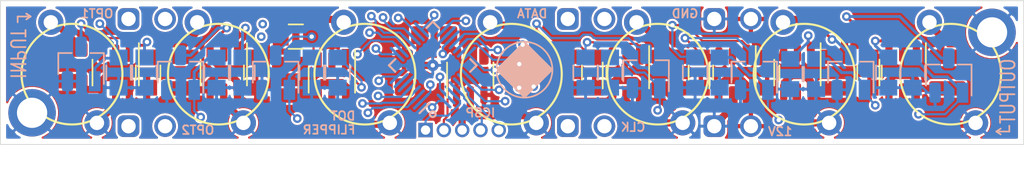
<source format=kicad_pcb>
(kicad_pcb (version 20171130) (host pcbnew "(5.1.4)-1")
  (layers (0 F.Cu mixed) (1 In1.Cu signal) (2 In2.Cu signal) (31 B.Cu mixed) (34 B.Paste user) (35 F.Paste user) (36 B.SilkS user) (37 F.SilkS user) (38 B.Mask user) (39 F.Mask user) (44 Edge.Cuts user))
  (net 0 "")
  (net 1 "Net-(C1-Pad1)")
  (net 2 "Net-(C1-Pad2)")
  (net 3 "Net-(C3-Pad1)")
  (net 4 "Net-(C3-Pad2)")
  (net 5 "Net-(C5-Pad1)")
  (net 6 "Net-(C5-Pad2)")
  (net 7 "Net-(C7-Pad1)")
  (net 8 "Net-(C7-Pad2)")
  (net 9 +12V)
  (net 10 GND)
  (net 11 +5V)
  (net 12 "Net-(C11-Pad2)")
  (net 13 "Net-(C11-Pad1)")
  (net 14 "Net-(C13-Pad1)")
  (net 15 "Net-(C13-Pad2)")
  (net 16 "Net-(C15-Pad2)")
  (net 17 "Net-(C15-Pad1)")
  (net 18 DATA_IN)
  (net 19 CLK_IN)
  (net 20 DATA_OUT)
  (net 21 CLK_OUT)
  (net 22 FLIP_G_OFF)
  (net 23 "Net-(J5-Pad4)")
  (net 24 VPP)
  (net 25 "Net-(Q1-Pad3)")
  (net 26 FLIP_A_ON)
  (net 27 FLIP_A_OFF)
  (net 28 "Net-(Q3-Pad3)")
  (net 29 FLIP_B_ON)
  (net 30 FLIP_B_OFF)
  (net 31 "Net-(Q5-Pad3)")
  (net 32 FLIP_C_ON)
  (net 33 FLIP_C_OFF)
  (net 34 "Net-(Q7-Pad3)")
  (net 35 FLIP_D_ON)
  (net 36 FLIP_D_OFF)
  (net 37 "Net-(Q10-Pad3)")
  (net 38 FLIP_E_ON)
  (net 39 FLIP_E_OFF)
  (net 40 "Net-(Q11-Pad3)")
  (net 41 FLIP_F_ON)
  (net 42 FLIP_F_OFF)
  (net 43 "Net-(Q13-Pad3)")
  (net 44 FLIP_G_ON)
  (net 45 "Net-(U2-Pad6)")
  (net 46 "Net-(U3-Pad4)")
  (net 47 OPT1_IN)
  (net 48 OPT2_IN)
  (net 49 OPT1_OUT)
  (net 50 OPT2_OUT)
  (module dot_flipper:Pin_Header_Straight_1x05_Pitch1.27mm (layer F.Cu) (at 62.087001 68.765001 90)
    (fp_text reference J5 hide)
    (fp_text value Conn_01x05_Male)
    (pad 1 thru_hole rect (at 0 0 90) (size 1 1) (drill 0.65) (layers *.Cu *.Mask) (net 24 VPP))
    (pad 2 thru_hole oval (at 0 1.27 90) (size 1 1) (drill 0.65) (layers *.Cu *.Mask) (net 11 +5V))
    (pad 3 thru_hole oval (at 0 2.54 90) (size 1 1) (drill 0.65) (layers *.Cu *.Mask) (net 10 GND))
    (pad 4 thru_hole oval (at 0 3.81 90) (size 1 1) (drill 0.65) (layers *.Cu *.Mask) (net 23 "Net-(J5-Pad4)"))
    (pad 5 thru_hole oval (at 0 5.08 90) (size 1 1) (drill 0.65) (layers *.Cu *.Mask) (net 22 FLIP_G_OFF))
  )
  (module dot_flipper:C_0805_x2 (layer F.Cu) (at 98.287001 64.765001 270)
    (fp_text reference C15 hide)
    (fp_text value "10u x2")
    (pad 1 smd roundrect (at -1.1 0 270) (size 1 2.5) (layers F.Cu F.Paste F.Mask) (roundrect_rratio 0.15) (net 17 "Net-(C15-Pad1)"))
    (pad 2 smd roundrect (at 1.1 0 270) (size 1 2.5) (layers F.Cu F.Paste F.Mask) (roundrect_rratio 0.15) (net 16 "Net-(C15-Pad2)"))
  )
  (module dot_flipper:C_0805_x2 (layer F.Cu) (at 90.687001 64.765001 270)
    (fp_text reference C13 hide)
    (fp_text value "10u x2")
    (pad 1 smd roundrect (at -1.1 0 270) (size 1 2.5) (layers F.Cu F.Paste F.Mask) (roundrect_rratio 0.15) (net 14 "Net-(C13-Pad1)"))
    (pad 2 smd roundrect (at 1.1 0 270) (size 1 2.5) (layers F.Cu F.Paste F.Mask) (roundrect_rratio 0.15) (net 15 "Net-(C13-Pad2)"))
  )
  (module dot_flipper:C_0805_x2 (layer F.Cu) (at 78.987001 64.765001 270)
    (fp_text reference C11 hide)
    (fp_text value "10u x2")
    (pad 1 smd roundrect (at -1.1 0 270) (size 1 2.5) (layers F.Cu F.Paste F.Mask) (roundrect_rratio 0.15) (net 13 "Net-(C11-Pad1)"))
    (pad 2 smd roundrect (at 1.1 0 270) (size 1 2.5) (layers F.Cu F.Paste F.Mask) (roundrect_rratio 0.15) (net 12 "Net-(C11-Pad2)"))
  )
  (module dot_flipper:C_0805_x2 (layer F.Cu) (at 71.587001 64.765001 270)
    (fp_text reference C7 hide)
    (fp_text value "10u x2")
    (pad 1 smd roundrect (at -1.1 0 270) (size 1 2.5) (layers F.Cu F.Paste F.Mask) (roundrect_rratio 0.15) (net 7 "Net-(C7-Pad1)"))
    (pad 2 smd roundrect (at 1.1 0 270) (size 1 2.5) (layers F.Cu F.Paste F.Mask) (roundrect_rratio 0.15) (net 8 "Net-(C7-Pad2)"))
  )
  (module dot_flipper:C_0805_x2 (layer F.Cu) (at 52.687001 65.265001 270)
    (fp_text reference C5 hide)
    (fp_text value "10u x2")
    (pad 1 smd roundrect (at -1.1 0 270) (size 1 2.5) (layers F.Cu F.Paste F.Mask) (roundrect_rratio 0.15) (net 5 "Net-(C5-Pad1)"))
    (pad 2 smd roundrect (at 1.1 0 270) (size 1 2.5) (layers F.Cu F.Paste F.Mask) (roundrect_rratio 0.15) (net 6 "Net-(C5-Pad2)"))
  )
  (module dot_flipper:C_0805_x2 (layer F.Cu) (at 45.087001 64.765001 270)
    (fp_text reference C3 hide)
    (fp_text value "10u x2")
    (pad 1 smd roundrect (at -1.1 0 270) (size 1 2.5) (layers F.Cu F.Paste F.Mask) (roundrect_rratio 0.15) (net 3 "Net-(C3-Pad1)"))
    (pad 2 smd roundrect (at 1.1 0 270) (size 1 2.5) (layers F.Cu F.Paste F.Mask) (roundrect_rratio 0.15) (net 4 "Net-(C3-Pad2)"))
  )
  (module dot_flipper:C_0805_x2 (layer F.Cu) (at 37.387001 64.265001 270)
    (fp_text reference C1 hide)
    (fp_text value "10u x2")
    (pad 1 smd roundrect (at -1.1 0 270) (size 1 2.5) (layers F.Cu F.Paste F.Mask) (roundrect_rratio 0.15) (net 1 "Net-(C1-Pad1)"))
    (pad 2 smd roundrect (at 1.1 0 270) (size 1 2.5) (layers F.Cu F.Paste F.Mask) (roundrect_rratio 0.15) (net 2 "Net-(C1-Pad2)"))
  )
  (module dot_flipper:Pin_Header_Straight_1x02_Pitch2.54mm (layer F.Cu) (at 41.477001 68.495001 90)
    (fp_text reference J7 hide)
    (fp_text value Conn_01x02_Male)
    (pad 1 thru_hole roundrect (at 0 0 90) (size 1.5 1.5) (drill 1) (layers *.Cu *.Mask) (net 49 OPT1_OUT))
    (pad 2 thru_hole oval (at 0 2.54 90) (size 1.5 1.5) (drill 1) (layers *.Cu *.Mask) (net 50 OPT2_OUT))
  )
  (module dot_flipper:Pin_Header_Straight_1x02_Pitch2.54mm (layer F.Cu) (at 41.477001 61.035001 90)
    (fp_text reference J6 hide)
    (fp_text value Conn_01x02_Male)
    (pad 1 thru_hole roundrect (at 0 0 90) (size 1.5 1.5) (drill 1) (layers *.Cu *.Mask) (net 47 OPT1_IN))
    (pad 2 thru_hole oval (at 0 2.54 90) (size 1.5 1.5) (drill 1) (layers *.Cu *.Mask) (net 48 OPT2_IN))
  )
  (module dot_flipper:Pin_Header_Straight_1x02_Pitch2.54mm (layer F.Cu) (at 71.957001 68.495001 90)
    (fp_text reference J4 hide)
    (fp_text value Conn_01x02_Male)
    (pad 1 thru_hole roundrect (at 0 0 90) (size 1.5 1.5) (drill 1) (layers *.Cu *.Mask) (net 20 DATA_OUT))
    (pad 2 thru_hole oval (at 0 2.54 90) (size 1.5 1.5) (drill 1) (layers *.Cu *.Mask) (net 21 CLK_OUT))
  )
  (module dot_flipper:Pin_Header_Straight_1x02_Pitch2.54mm (layer F.Cu) (at 71.957001 61.035001 90)
    (fp_text reference J3 hide)
    (fp_text value Conn_01x02_Male)
    (pad 1 thru_hole roundrect (at 0 0 90) (size 1.5 1.5) (drill 1) (layers *.Cu *.Mask) (net 18 DATA_IN))
    (pad 2 thru_hole oval (at 0 2.54 90) (size 1.5 1.5) (drill 1) (layers *.Cu *.Mask) (net 19 CLK_IN))
  )
  (module dot_flipper:Pin_Header_Straight_1x02_Pitch2.54mm (layer F.Cu) (at 82.117001 68.495001 90)
    (fp_text reference J2 hide)
    (fp_text value Conn_01x02_Male)
    (pad 1 thru_hole roundrect (at 0 0 90) (size 1.5 1.5) (drill 1) (layers *.Cu *.Mask) (net 10 GND))
    (pad 2 thru_hole oval (at 0 2.54 90) (size 1.5 1.5) (drill 1) (layers *.Cu *.Mask) (net 9 +12V))
  )
  (module dot_flipper:Pin_Header_Straight_1x02_Pitch2.54mm (layer F.Cu) (at 82.117001 61.035001 90)
    (fp_text reference J1 hide)
    (fp_text value Conn_01x02_Male)
    (pad 1 thru_hole roundrect (at 0 0 90) (size 1.5 1.5) (drill 1) (layers *.Cu *.Mask) (net 10 GND))
    (pad 2 thru_hole oval (at 0 2.54 90) (size 1.5 1.5) (drill 1) (layers *.Cu *.Mask) (net 9 +12V))
  )
  (module dot_flipper:R_0805 (layer B.Cu) (at 94.187001 64.765001 270)
    (fp_text reference R21 hide)
    (fp_text value 100K)
    (pad 1 smd rect (at -1.05 0 270) (size 1.1 1.25) (layers B.Cu B.Paste B.Mask) (net 22 FLIP_G_OFF))
    (pad 2 smd rect (at 1.05 0 270) (size 1.1 1.25) (layers B.Cu B.Paste B.Mask) (net 10 GND))
  )
  (module dot_flipper:R_0805 (layer B.Cu) (at 95.887001 64.765001 270)
    (fp_text reference R20 hide)
    (fp_text value 100K)
    (pad 1 smd rect (at -1.05 0 270) (size 1.1 1.25) (layers B.Cu B.Paste B.Mask) (net 44 FLIP_G_ON))
    (pad 2 smd rect (at 1.05 0 270) (size 1.1 1.25) (layers B.Cu B.Paste B.Mask) (net 10 GND))
  )
  (module dot_flipper:R_0805 (layer F.Cu) (at 92.887001 64.765001 90)
    (fp_text reference R19 hide)
    (fp_text value 100K)
    (pad 1 smd rect (at -1.05 0 90) (size 1.1 1.25) (layers F.Cu F.Paste F.Mask) (net 9 +12V))
    (pad 2 smd rect (at 1.05 0 90) (size 1.1 1.25) (layers F.Cu F.Paste F.Mask) (net 43 "Net-(Q13-Pad3)"))
  )
  (module dot_flipper:R_0805 (layer B.Cu) (at 87.387001 64.865001 270)
    (fp_text reference R18 hide)
    (fp_text value 100K)
    (pad 1 smd rect (at -1.05 0 270) (size 1.1 1.25) (layers B.Cu B.Paste B.Mask) (net 42 FLIP_F_OFF))
    (pad 2 smd rect (at 1.05 0 270) (size 1.1 1.25) (layers B.Cu B.Paste B.Mask) (net 10 GND))
  )
  (module dot_flipper:R_0805 (layer B.Cu) (at 89.187001 64.865001 270)
    (fp_text reference R17 hide)
    (fp_text value 100K)
    (pad 1 smd rect (at -1.05 0 270) (size 1.1 1.25) (layers B.Cu B.Paste B.Mask) (net 41 FLIP_F_ON))
    (pad 2 smd rect (at 1.05 0 270) (size 1.1 1.25) (layers B.Cu B.Paste B.Mask) (net 10 GND))
  )
  (module dot_flipper:R_0805 (layer F.Cu) (at 85.787001 64.765001 90)
    (fp_text reference R16 hide)
    (fp_text value 100K)
    (pad 1 smd rect (at -1.05 0 90) (size 1.1 1.25) (layers F.Cu F.Paste F.Mask) (net 9 +12V))
    (pad 2 smd rect (at 1.05 0 90) (size 1.1 1.25) (layers F.Cu F.Paste F.Mask) (net 40 "Net-(Q11-Pad3)"))
  )
  (module dot_flipper:R_0805 (layer B.Cu) (at 80.787001 64.765001 270)
    (fp_text reference R15 hide)
    (fp_text value 100K)
    (pad 1 smd rect (at -1.05 0 270) (size 1.1 1.25) (layers B.Cu B.Paste B.Mask) (net 39 FLIP_E_OFF))
    (pad 2 smd rect (at 1.05 0 270) (size 1.1 1.25) (layers B.Cu B.Paste B.Mask) (net 10 GND))
  )
  (module dot_flipper:R_0805 (layer B.Cu) (at 82.487001 64.765001 270)
    (fp_text reference R14 hide)
    (fp_text value 100K)
    (pad 1 smd rect (at -1.05 0 270) (size 1.1 1.25) (layers B.Cu B.Paste B.Mask) (net 38 FLIP_E_ON))
    (pad 2 smd rect (at 1.05 0 270) (size 1.1 1.25) (layers B.Cu B.Paste B.Mask) (net 10 GND))
  )
  (module dot_flipper:R_0805 (layer F.Cu) (at 81.187001 64.765001 90)
    (fp_text reference R13 hide)
    (fp_text value 100K)
    (pad 1 smd rect (at -1.05 0 90) (size 1.1 1.25) (layers F.Cu F.Paste F.Mask) (net 9 +12V))
    (pad 2 smd rect (at 1.05 0 90) (size 1.1 1.25) (layers F.Cu F.Paste F.Mask) (net 37 "Net-(Q10-Pad3)"))
  )
  (module dot_flipper:R_0805 (layer B.Cu) (at 73.187001 64.765001 270)
    (fp_text reference R12 hide)
    (fp_text value 100K)
    (pad 1 smd rect (at -1.05 0 270) (size 1.1 1.25) (layers B.Cu B.Paste B.Mask) (net 36 FLIP_D_OFF))
    (pad 2 smd rect (at 1.05 0 270) (size 1.1 1.25) (layers B.Cu B.Paste B.Mask) (net 10 GND))
  )
  (module dot_flipper:R_0805 (layer B.Cu) (at 74.887001 64.765001 270)
    (fp_text reference R11 hide)
    (fp_text value 100K)
    (pad 1 smd rect (at -1.05 0 270) (size 1.1 1.25) (layers B.Cu B.Paste B.Mask) (net 35 FLIP_D_ON))
    (pad 2 smd rect (at 1.05 0 270) (size 1.1 1.25) (layers B.Cu B.Paste B.Mask) (net 10 GND))
  )
  (module dot_flipper:R_0805 (layer F.Cu) (at 73.787001 64.765001 90)
    (fp_text reference R10 hide)
    (fp_text value 100K)
    (pad 1 smd rect (at -1.05 0 90) (size 1.1 1.25) (layers F.Cu F.Paste F.Mask) (net 9 +12V))
    (pad 2 smd rect (at 1.05 0 90) (size 1.1 1.25) (layers F.Cu F.Paste F.Mask) (net 34 "Net-(Q7-Pad3)"))
  )
  (module dot_flipper:R_0805 (layer B.Cu) (at 55.987001 64.765001 270)
    (fp_text reference R9 hide)
    (fp_text value 100K)
    (pad 1 smd rect (at -1.05 0 270) (size 1.1 1.25) (layers B.Cu B.Paste B.Mask) (net 33 FLIP_C_OFF))
    (pad 2 smd rect (at 1.05 0 270) (size 1.1 1.25) (layers B.Cu B.Paste B.Mask) (net 10 GND))
  )
  (module dot_flipper:R_0805 (layer B.Cu) (at 54.187001 64.765001 270)
    (fp_text reference R8 hide)
    (fp_text value 100K)
    (pad 1 smd rect (at -1.05 0 270) (size 1.1 1.25) (layers B.Cu B.Paste B.Mask) (net 32 FLIP_C_ON))
    (pad 2 smd rect (at 1.05 0 270) (size 1.1 1.25) (layers B.Cu B.Paste B.Mask) (net 10 GND))
  )
  (module dot_flipper:R_0805 (layer F.Cu) (at 53.087001 62.265001)
    (fp_text reference R7 hide)
    (fp_text value 100K)
    (pad 1 smd rect (at -1.05 0) (size 1.1 1.25) (layers F.Cu F.Paste F.Mask) (net 9 +12V))
    (pad 2 smd rect (at 1.05 0) (size 1.1 1.25) (layers F.Cu F.Paste F.Mask) (net 31 "Net-(Q5-Pad3)"))
  )
  (module dot_flipper:R_0805 (layer B.Cu) (at 49.387001 64.765001 270)
    (fp_text reference R6 hide)
    (fp_text value 100K)
    (pad 1 smd rect (at -1.05 0 270) (size 1.1 1.25) (layers B.Cu B.Paste B.Mask) (net 30 FLIP_B_OFF))
    (pad 2 smd rect (at 1.05 0 270) (size 1.1 1.25) (layers B.Cu B.Paste B.Mask) (net 10 GND))
  )
  (module dot_flipper:R_0805 (layer B.Cu) (at 47.587001 64.765001 270)
    (fp_text reference R5 hide)
    (fp_text value 100K)
    (pad 1 smd rect (at -1.05 0 270) (size 1.1 1.25) (layers B.Cu B.Paste B.Mask) (net 29 FLIP_B_ON))
    (pad 2 smd rect (at 1.05 0 270) (size 1.1 1.25) (layers B.Cu B.Paste B.Mask) (net 10 GND))
  )
  (module dot_flipper:R_0805 (layer F.Cu) (at 50.337001 64.765001 90)
    (fp_text reference R4 hide)
    (fp_text value 100K)
    (pad 1 smd rect (at -1.05 0 90) (size 1.1 1.25) (layers F.Cu F.Paste F.Mask) (net 9 +12V))
    (pad 2 smd rect (at 1.05 0 90) (size 1.1 1.25) (layers F.Cu F.Paste F.Mask) (net 28 "Net-(Q3-Pad3)"))
  )
  (module dot_flipper:R_0805 (layer B.Cu) (at 42.587001 64.765001 270)
    (fp_text reference R3 hide)
    (fp_text value 100K)
    (pad 1 smd rect (at -1.05 0 270) (size 1.1 1.25) (layers B.Cu B.Paste B.Mask) (net 27 FLIP_A_OFF))
    (pad 2 smd rect (at 1.05 0 270) (size 1.1 1.25) (layers B.Cu B.Paste B.Mask) (net 10 GND))
  )
  (module dot_flipper:R_0805 (layer B.Cu) (at 40.787001 64.765001 270)
    (fp_text reference R2 hide)
    (fp_text value 100K)
    (pad 1 smd rect (at -1.05 0 270) (size 1.1 1.25) (layers B.Cu B.Paste B.Mask) (net 26 FLIP_A_ON))
    (pad 2 smd rect (at 1.05 0 270) (size 1.1 1.25) (layers B.Cu B.Paste B.Mask) (net 10 GND))
  )
  (module dot_flipper:R_0805 (layer F.Cu) (at 42.837001 64.765001 90)
    (fp_text reference R1 hide)
    (fp_text value 100K)
    (pad 1 smd rect (at -1.05 0 90) (size 1.1 1.25) (layers F.Cu F.Paste F.Mask) (net 9 +12V))
    (pad 2 smd rect (at 1.05 0 90) (size 1.1 1.25) (layers F.Cu F.Paste F.Mask) (net 25 "Net-(Q1-Pad3)"))
  )
  (module dot_flipper:C_0805 (layer F.Cu) (at 62.687001 62.165001 180)
    (fp_text reference C10 hide)
    (fp_text value 1u)
    (pad 1 smd roundrect (at -1 0 180) (size 1.2 1.25) (layers F.Cu F.Paste F.Mask) (roundrect_rratio 0.15) (net 11 +5V))
    (pad 2 smd roundrect (at 1 0 180) (size 1.2 1.25) (layers F.Cu F.Paste F.Mask) (roundrect_rratio 0.15) (net 10 GND))
  )
  (module dot_flipper:C_0805 (layer F.Cu) (at 60.587001 64.765001 270)
    (fp_text reference C9 hide)
    (fp_text value 1u)
    (pad 1 smd roundrect (at -1 0 270) (size 1.2 1.25) (layers F.Cu F.Paste F.Mask) (roundrect_rratio 0.15) (net 9 +12V))
    (pad 2 smd roundrect (at 1 0 270) (size 1.2 1.25) (layers F.Cu F.Paste F.Mask) (roundrect_rratio 0.15) (net 10 GND))
  )
  (module dot_flipper:SOT-23-5_HandSoldering (layer F.Cu) (at 65.187001 64.965001 90)
    (fp_text reference U3 hide)
    (fp_text value NCP718BSN500T1G)
    (pad 1 smd rect (at -1.45 -0.95 90) (size 1.4 0.5) (layers F.Cu F.Paste F.Mask) (net 9 +12V))
    (pad 2 smd roundrect (at -1.35 0 90) (size 1.2 0.5) (layers F.Cu F.Paste F.Mask) (net 10 GND))
    (pad 3 smd roundrect (at -1.35 0.95 90) (size 1.2 0.5) (layers F.Cu F.Paste F.Mask) (net 9 +12V))
    (pad 4 smd roundrect (at 1.35 0.95 90) (size 1.2 0.65) (layers F.Cu F.Paste F.Mask) (net 46 "Net-(U3-Pad4)"))
    (pad 5 smd roundrect (at 1.35 -0.95 90) (size 1.2 0.65) (layers F.Cu F.Paste F.Mask) (net 11 +5V))
  )
  (module dot_flipper:SOT-23-6_Handsoldering (layer F.Cu) (at 95.187001 64.765001 270)
    (fp_text reference Q13 hide)
    (fp_text value DMG6602SVT)
    (pad 1 smd rect (at -1.45 -0.95 270) (size 1.4 0.5) (layers F.Cu F.Paste F.Mask) (net 22 FLIP_G_OFF))
    (pad 2 smd roundrect (at -1.35 0 270) (size 1.2 0.5) (layers F.Cu F.Paste F.Mask) (net 9 +12V))
    (pad 3 smd roundrect (at -1.35 0.95 270) (size 1.2 0.5) (layers F.Cu F.Paste F.Mask) (net 43 "Net-(Q13-Pad3)"))
    (pad 4 smd roundrect (at 1.35 0.95 270) (size 1.2 0.5) (layers F.Cu F.Paste F.Mask) (net 16 "Net-(C15-Pad2)"))
    (pad 6 smd roundrect (at 1.35 -0.95 270) (size 1.2 0.5) (layers F.Cu F.Paste F.Mask) (net 16 "Net-(C15-Pad2)"))
    (pad 5 smd roundrect (at 1.35 0 270) (size 1.2 0.5) (layers F.Cu F.Paste F.Mask) (net 10 GND))
  )
  (module dot_flipper:SOT-23-6_Handsoldering (layer F.Cu) (at 87.887001 64.765001 270)
    (fp_text reference Q11 hide)
    (fp_text value DMG6602SVT)
    (pad 1 smd rect (at -1.45 -0.95 270) (size 1.4 0.5) (layers F.Cu F.Paste F.Mask) (net 42 FLIP_F_OFF))
    (pad 2 smd roundrect (at -1.35 0 270) (size 1.2 0.5) (layers F.Cu F.Paste F.Mask) (net 9 +12V))
    (pad 3 smd roundrect (at -1.35 0.95 270) (size 1.2 0.5) (layers F.Cu F.Paste F.Mask) (net 40 "Net-(Q11-Pad3)"))
    (pad 4 smd roundrect (at 1.35 0.95 270) (size 1.2 0.5) (layers F.Cu F.Paste F.Mask) (net 15 "Net-(C13-Pad2)"))
    (pad 6 smd roundrect (at 1.35 -0.95 270) (size 1.2 0.5) (layers F.Cu F.Paste F.Mask) (net 15 "Net-(C13-Pad2)"))
    (pad 5 smd roundrect (at 1.35 0 270) (size 1.2 0.5) (layers F.Cu F.Paste F.Mask) (net 10 GND))
  )
  (module dot_flipper:SOT-23-6_Handsoldering (layer F.Cu) (at 83.387001 64.965001 270)
    (fp_text reference Q9 hide)
    (fp_text value DMG6602SVT)
    (pad 1 smd rect (at -1.45 -0.95 270) (size 1.4 0.5) (layers F.Cu F.Paste F.Mask) (net 39 FLIP_E_OFF))
    (pad 2 smd roundrect (at -1.35 0 270) (size 1.2 0.5) (layers F.Cu F.Paste F.Mask) (net 9 +12V))
    (pad 3 smd roundrect (at -1.35 0.95 270) (size 1.2 0.5) (layers F.Cu F.Paste F.Mask) (net 37 "Net-(Q10-Pad3)"))
    (pad 4 smd roundrect (at 1.35 0.95 270) (size 1.2 0.5) (layers F.Cu F.Paste F.Mask) (net 12 "Net-(C11-Pad2)"))
    (pad 6 smd roundrect (at 1.35 -0.95 270) (size 1.2 0.5) (layers F.Cu F.Paste F.Mask) (net 12 "Net-(C11-Pad2)"))
    (pad 5 smd roundrect (at 1.35 0 270) (size 1.2 0.5) (layers F.Cu F.Paste F.Mask) (net 10 GND))
  )
  (module dot_flipper:SOT-23-6_Handsoldering (layer F.Cu) (at 75.987001 64.965001 270)
    (fp_text reference Q7 hide)
    (fp_text value DMG6602SVT)
    (pad 1 smd rect (at -1.45 -0.95 270) (size 1.4 0.5) (layers F.Cu F.Paste F.Mask) (net 36 FLIP_D_OFF))
    (pad 2 smd roundrect (at -1.35 0 270) (size 1.2 0.5) (layers F.Cu F.Paste F.Mask) (net 9 +12V))
    (pad 3 smd roundrect (at -1.35 0.95 270) (size 1.2 0.5) (layers F.Cu F.Paste F.Mask) (net 34 "Net-(Q7-Pad3)"))
    (pad 4 smd roundrect (at 1.35 0.95 270) (size 1.2 0.5) (layers F.Cu F.Paste F.Mask) (net 8 "Net-(C7-Pad2)"))
    (pad 6 smd roundrect (at 1.35 -0.95 270) (size 1.2 0.5) (layers F.Cu F.Paste F.Mask) (net 8 "Net-(C7-Pad2)"))
    (pad 5 smd roundrect (at 1.35 0 270) (size 1.2 0.5) (layers F.Cu F.Paste F.Mask) (net 10 GND))
  )
  (module dot_flipper:SOT-23-6_Handsoldering (layer F.Cu) (at 55.587001 65.265001 270)
    (fp_text reference Q5 hide)
    (fp_text value DMG6602SVT)
    (pad 1 smd rect (at -1.45 -0.95 270) (size 1.4 0.5) (layers F.Cu F.Paste F.Mask) (net 33 FLIP_C_OFF))
    (pad 2 smd roundrect (at -1.35 0 270) (size 1.2 0.5) (layers F.Cu F.Paste F.Mask) (net 9 +12V))
    (pad 3 smd roundrect (at -1.35 0.95 270) (size 1.2 0.5) (layers F.Cu F.Paste F.Mask) (net 31 "Net-(Q5-Pad3)"))
    (pad 4 smd roundrect (at 1.35 0.95 270) (size 1.2 0.5) (layers F.Cu F.Paste F.Mask) (net 6 "Net-(C5-Pad2)"))
    (pad 6 smd roundrect (at 1.35 -0.95 270) (size 1.2 0.5) (layers F.Cu F.Paste F.Mask) (net 6 "Net-(C5-Pad2)"))
    (pad 5 smd roundrect (at 1.35 0 270) (size 1.2 0.5) (layers F.Cu F.Paste F.Mask) (net 10 GND))
  )
  (module dot_flipper:SOT-23-6_Handsoldering (layer F.Cu) (at 48.087001 64.765001 270)
    (fp_text reference Q3 hide)
    (fp_text value DMG6602SVT)
    (pad 1 smd rect (at -1.45 -0.95 270) (size 1.4 0.5) (layers F.Cu F.Paste F.Mask) (net 30 FLIP_B_OFF))
    (pad 2 smd roundrect (at -1.35 0 270) (size 1.2 0.5) (layers F.Cu F.Paste F.Mask) (net 9 +12V))
    (pad 3 smd roundrect (at -1.35 0.95 270) (size 1.2 0.5) (layers F.Cu F.Paste F.Mask) (net 28 "Net-(Q3-Pad3)"))
    (pad 4 smd roundrect (at 1.35 0.95 270) (size 1.2 0.5) (layers F.Cu F.Paste F.Mask) (net 4 "Net-(C3-Pad2)"))
    (pad 6 smd roundrect (at 1.35 -0.95 270) (size 1.2 0.5) (layers F.Cu F.Paste F.Mask) (net 4 "Net-(C3-Pad2)"))
    (pad 5 smd roundrect (at 1.35 0 270) (size 1.2 0.5) (layers F.Cu F.Paste F.Mask) (net 10 GND))
  )
  (module dot_flipper:SOT-23-6_Handsoldering (layer F.Cu) (at 40.587001 64.765001 270)
    (fp_text reference Q1 hide)
    (fp_text value DMG6602SVT)
    (pad 1 smd rect (at -1.45 -0.95 270) (size 1.4 0.5) (layers F.Cu F.Paste F.Mask) (net 27 FLIP_A_OFF))
    (pad 2 smd roundrect (at -1.35 0 270) (size 1.2 0.5) (layers F.Cu F.Paste F.Mask) (net 9 +12V))
    (pad 3 smd roundrect (at -1.35 0.95 270) (size 1.2 0.5) (layers F.Cu F.Paste F.Mask) (net 25 "Net-(Q1-Pad3)"))
    (pad 4 smd roundrect (at 1.35 0.95 270) (size 1.2 0.5) (layers F.Cu F.Paste F.Mask) (net 2 "Net-(C1-Pad2)"))
    (pad 6 smd roundrect (at 1.35 -0.95 270) (size 1.2 0.5) (layers F.Cu F.Paste F.Mask) (net 2 "Net-(C1-Pad2)"))
    (pad 5 smd roundrect (at 1.35 0 270) (size 1.2 0.5) (layers F.Cu F.Paste F.Mask) (net 10 GND))
  )
  (module dot_flipper:MountingHole_2.2mm_M2_Pad_thin (layer F.Cu) (at 101.387001 61.965001)
    (fp_text reference H2 hide)
    (fp_text value MountingHole_Pad)
    (pad 1 thru_hole circle (at 0 0) (size 3.3 3.3) (drill 2.1) (layers *.Cu *.Mask) (net 10 GND))
  )
  (module dot_flipper:MountingHole_2.2mm_M2_Pad_thin (layer F.Cu) (at 34.787001 67.565001)
    (fp_text reference H1 hide)
    (fp_text value MountingHole_Pad)
    (pad 1 thru_hole circle (at 0 0) (size 3.3 3.3) (drill 2.1) (layers *.Cu *.Mask) (net 10 GND))
  )
  (module dot_flipper:QFN-28-1EP_4x4mm_Pitch0.4mm_wide (layer B.Cu) (at 62.587001 64.265001 45)
    (fp_text reference U2 hide)
    (fp_text value PIC16F15355-I-MV)
    (pad 29 thru_hole circle (at 0 0 45) (size 0.8 0.8) (drill 0.3) (layers *.Cu *.Mask) (net 10 GND))
    (pad 1 smd rect (at -2.35 1.2 45) (size 1.5 0.2) (layers B.Cu B.Paste B.Mask) (net 32 FLIP_C_ON))
    (pad 2 smd roundrect (at -2.3 0.8 45) (size 1.4 0.2) (layers B.Cu B.Paste B.Mask) (roundrect_rratio 0.5) (net 35 FLIP_D_ON))
    (pad 3 smd roundrect (at -2.3 0.4 45) (size 1.4 0.2) (layers B.Cu B.Paste B.Mask) (roundrect_rratio 0.5) (net 38 FLIP_E_ON))
    (pad 4 smd roundrect (at -2.3 0 45) (size 1.4 0.2) (layers B.Cu B.Paste B.Mask) (roundrect_rratio 0.5) (net 41 FLIP_F_ON))
    (pad 5 smd roundrect (at -2.3 -0.4 45) (size 1.4 0.2) (layers B.Cu B.Paste B.Mask) (roundrect_rratio 0.5) (net 10 GND))
    (pad 6 smd roundrect (at -2.3 -0.8 45) (size 1.4 0.2) (layers B.Cu B.Paste B.Mask) (roundrect_rratio 0.5) (net 45 "Net-(U2-Pad6)"))
    (pad 7 smd roundrect (at -2.3 -1.2 45) (size 1.4 0.2) (layers B.Cu B.Paste B.Mask) (roundrect_rratio 0.5) (net 44 FLIP_G_ON))
    (pad 8 smd roundrect (at -1.2 -2.3 315) (size 1.4 0.2) (layers B.Cu B.Paste B.Mask) (roundrect_rratio 0.5) (net 18 DATA_IN))
    (pad 9 smd roundrect (at -0.8 -2.3 315) (size 1.4 0.2) (layers B.Cu B.Paste B.Mask) (roundrect_rratio 0.5) (net 19 CLK_IN))
    (pad 10 smd roundrect (at -0.4 -2.3 315) (size 1.4 0.2) (layers B.Cu B.Paste B.Mask) (roundrect_rratio 0.5) (net 47 OPT1_IN))
    (pad 11 smd roundrect (at 0 -2.3 315) (size 1.4 0.2) (layers B.Cu B.Paste B.Mask) (roundrect_rratio 0.5) (net 48 OPT2_IN))
    (pad 12 smd roundrect (at 0.4 -2.3 315) (size 1.4 0.2) (layers B.Cu B.Paste B.Mask) (roundrect_rratio 0.5) (net 20 DATA_OUT))
    (pad 13 smd roundrect (at 0.8 -2.3 315) (size 1.4 0.2) (layers B.Cu B.Paste B.Mask) (roundrect_rratio 0.5) (net 21 CLK_OUT))
    (pad 14 smd roundrect (at 1.2 -2.3 315) (size 1.4 0.2) (layers B.Cu B.Paste B.Mask) (roundrect_rratio 0.5) (net 49 OPT1_OUT))
    (pad 15 smd roundrect (at 2.3 -1.2 45) (size 1.4 0.2) (layers B.Cu B.Paste B.Mask) (roundrect_rratio 0.5) (net 50 OPT2_OUT))
    (pad 16 smd roundrect (at 2.3 -0.8 45) (size 1.4 0.2) (layers B.Cu B.Paste B.Mask) (roundrect_rratio 0.5) (net 10 GND))
    (pad 17 smd roundrect (at 2.3 -0.4 45) (size 1.4 0.2) (layers B.Cu B.Paste B.Mask) (roundrect_rratio 0.5) (net 11 +5V))
    (pad 18 smd roundrect (at 2.3 0 45) (size 1.4 0.2) (layers B.Cu B.Paste B.Mask) (roundrect_rratio 0.5) (net 27 FLIP_A_OFF))
    (pad 19 smd roundrect (at 2.3 0.4 45) (size 1.4 0.2) (layers B.Cu B.Paste B.Mask) (roundrect_rratio 0.5) (net 30 FLIP_B_OFF))
    (pad 20 smd roundrect (at 2.3 0.8 45) (size 1.4 0.2) (layers B.Cu B.Paste B.Mask) (roundrect_rratio 0.5) (net 33 FLIP_C_OFF))
    (pad 21 smd roundrect (at 2.3 1.2 45) (size 1.4 0.2) (layers B.Cu B.Paste B.Mask) (roundrect_rratio 0.5) (net 36 FLIP_D_OFF))
    (pad 22 smd roundrect (at 1.2 2.3 315) (size 1.4 0.2) (layers B.Cu B.Paste B.Mask) (roundrect_rratio 0.5) (net 39 FLIP_E_OFF))
    (pad 23 smd roundrect (at 0.8 2.3 315) (size 1.4 0.2) (layers B.Cu B.Paste B.Mask) (roundrect_rratio 0.5) (net 42 FLIP_F_OFF))
    (pad 24 smd roundrect (at 0.4 2.3 315) (size 1.4 0.2) (layers B.Cu B.Paste B.Mask) (roundrect_rratio 0.5) (net 22 FLIP_G_OFF))
    (pad 25 smd roundrect (at 0 2.3 315) (size 1.4 0.2) (layers B.Cu B.Paste B.Mask) (roundrect_rratio 0.5) (net 23 "Net-(J5-Pad4)"))
    (pad 26 smd roundrect (at -0.4 2.3 315) (size 1.4 0.2) (layers B.Cu B.Paste B.Mask) (roundrect_rratio 0.5) (net 24 VPP))
    (pad 27 smd roundrect (at -0.8 2.3 315) (size 1.4 0.2) (layers B.Cu B.Paste B.Mask) (roundrect_rratio 0.5) (net 26 FLIP_A_ON))
    (pad 28 smd roundrect (at -1.2 2.3 315) (size 1.4 0.2) (layers B.Cu B.Paste B.Mask) (roundrect_rratio 0.5) (net 29 FLIP_B_ON))
  )
  (module dot_flipper:SOT-23-wide (layer B.Cu) (at 98.387001 64.965001 90)
    (fp_text reference Q14 hide)
    (fp_text value BSS138)
    (pad 1 smd rect (at -1.2 0.95 90) (size 1.4 0.8) (layers B.Cu B.Paste B.Mask) (net 44 FLIP_G_ON))
    (pad 2 smd roundrect (at -1.2 -0.95 90) (size 1.4 0.8) (layers B.Cu B.Paste B.Mask) (net 10 GND))
    (pad 3 smd roundrect (at 1.2 0 90) (size 1.4 0.8) (layers B.Cu B.Paste B.Mask) (net 43 "Net-(Q13-Pad3)"))
  )
  (module dot_flipper:SOT-23-wide (layer B.Cu) (at 91.587001 64.765001 90)
    (fp_text reference Q12 hide)
    (fp_text value BSS138)
    (pad 1 smd rect (at -1.2 0.95 90) (size 1.4 0.8) (layers B.Cu B.Paste B.Mask) (net 41 FLIP_F_ON))
    (pad 2 smd roundrect (at -1.2 -0.95 90) (size 1.4 0.8) (layers B.Cu B.Paste B.Mask) (net 10 GND))
    (pad 3 smd roundrect (at 1.2 0 90) (size 1.4 0.8) (layers B.Cu B.Paste B.Mask) (net 40 "Net-(Q11-Pad3)"))
  )
  (module dot_flipper:SOT-23-wide (layer B.Cu) (at 84.887001 64.765001 90)
    (fp_text reference Q10 hide)
    (fp_text value BSS138)
    (pad 1 smd rect (at -1.2 0.95 90) (size 1.4 0.8) (layers B.Cu B.Paste B.Mask) (net 38 FLIP_E_ON))
    (pad 2 smd roundrect (at -1.2 -0.95 90) (size 1.4 0.8) (layers B.Cu B.Paste B.Mask) (net 10 GND))
    (pad 3 smd roundrect (at 1.2 0 90) (size 1.4 0.8) (layers B.Cu B.Paste B.Mask) (net 37 "Net-(Q10-Pad3)"))
  )
  (module dot_flipper:SOT-23-wide (layer B.Cu) (at 77.387001 64.665001 90)
    (fp_text reference Q8 hide)
    (fp_text value BSS138)
    (pad 1 smd rect (at -1.2 0.95 90) (size 1.4 0.8) (layers B.Cu B.Paste B.Mask) (net 35 FLIP_D_ON))
    (pad 2 smd roundrect (at -1.2 -0.95 90) (size 1.4 0.8) (layers B.Cu B.Paste B.Mask) (net 10 GND))
    (pad 3 smd roundrect (at 1.2 0 90) (size 1.4 0.8) (layers B.Cu B.Paste B.Mask) (net 34 "Net-(Q7-Pad3)"))
  )
  (module dot_flipper:SOT-23-wide (layer B.Cu) (at 51.687001 64.765001 90)
    (fp_text reference Q6 hide)
    (fp_text value BSS138)
    (pad 1 smd rect (at -1.2 0.95 90) (size 1.4 0.8) (layers B.Cu B.Paste B.Mask) (net 32 FLIP_C_ON))
    (pad 2 smd roundrect (at -1.2 -0.95 90) (size 1.4 0.8) (layers B.Cu B.Paste B.Mask) (net 10 GND))
    (pad 3 smd roundrect (at 1.2 0 90) (size 1.4 0.8) (layers B.Cu B.Paste B.Mask) (net 31 "Net-(Q5-Pad3)"))
  )
  (module dot_flipper:SOT-23-wide (layer B.Cu) (at 45.087001 64.765001 90)
    (fp_text reference Q4 hide)
    (fp_text value BSS138)
    (pad 1 smd rect (at -1.2 0.95 90) (size 1.4 0.8) (layers B.Cu B.Paste B.Mask) (net 29 FLIP_B_ON))
    (pad 2 smd roundrect (at -1.2 -0.95 90) (size 1.4 0.8) (layers B.Cu B.Paste B.Mask) (net 10 GND))
    (pad 3 smd roundrect (at 1.2 0 90) (size 1.4 0.8) (layers B.Cu B.Paste B.Mask) (net 28 "Net-(Q3-Pad3)"))
  )
  (module dot_flipper:SOT-23-wide (layer B.Cu) (at 38.187001 64.165001 90)
    (fp_text reference Q2 hide)
    (fp_text value BSS138)
    (pad 1 smd rect (at -1.2 0.95 90) (size 1.4 0.8) (layers B.Cu B.Paste B.Mask) (net 26 FLIP_A_ON))
    (pad 2 smd roundrect (at -1.2 -0.95 90) (size 1.4 0.8) (layers B.Cu B.Paste B.Mask) (net 10 GND))
    (pad 3 smd roundrect (at 1.2 0 90) (size 1.4 0.8) (layers B.Cu B.Paste B.Mask) (net 25 "Net-(Q1-Pad3)"))
  )
  (module dot_flipper:7_flip_dots (layer F.Cu) (at 36.087001 61.265001)
    (fp_text reference U1 hide)
    (fp_text value 7_flip_dots hide)
    (pad 2-UG thru_hole circle (at 64.16 7) (size 1.75 1.75) (drill 1) (layers *.Cu *.Mask) (net 10 GND))
    (pad 2-UF thru_hole circle (at 54 7) (size 1.75 1.75) (drill 1) (layers *.Cu *.Mask) (net 10 GND))
    (pad 2-UE thru_hole circle (at 43.84 7) (size 1.75 1.75) (drill 1) (layers *.Cu *.Mask) (net 10 GND))
    (pad 2-UD thru_hole circle (at 33.68 7) (size 1.75 1.75) (drill 1) (layers *.Cu *.Mask) (net 10 GND))
    (pad 2-UC thru_hole circle (at 23.52 7) (size 1.75 1.75) (drill 1) (layers *.Cu *.Mask) (net 10 GND))
    (pad 2-UB thru_hole circle (at 13.36 7) (size 1.75 1.75) (drill 1) (layers *.Cu *.Mask) (net 10 GND))
    (pad 1-UG thru_hole circle (at 60.96 0) (size 1.75 1.75) (drill 1) (layers *.Cu *.Mask) (net 17 "Net-(C15-Pad1)"))
    (pad 1-UF thru_hole circle (at 50.8 0) (size 1.75 1.75) (drill 1) (layers *.Cu *.Mask) (net 14 "Net-(C13-Pad1)"))
    (pad 1-UE thru_hole circle (at 40.64 0) (size 1.75 1.75) (drill 1) (layers *.Cu *.Mask) (net 13 "Net-(C11-Pad1)"))
    (pad 1-UD thru_hole circle (at 30.48 0) (size 1.75 1.75) (drill 1) (layers *.Cu *.Mask) (net 7 "Net-(C7-Pad1)"))
    (pad 1-UC thru_hole circle (at 20.32 0) (size 1.75 1.75) (drill 1) (layers *.Cu *.Mask) (net 5 "Net-(C5-Pad1)"))
    (pad 1-UB thru_hole circle (at 10.16 0) (size 1.75 1.75) (drill 1) (layers *.Cu *.Mask) (net 3 "Net-(C3-Pad1)"))
    (pad 2-UA thru_hole circle (at 3.2 7) (size 1.75 1.75) (drill 1) (layers *.Cu *.Mask) (net 10 GND))
    (pad 1-UA thru_hole circle (at 0 0) (size 1.75 1.75) (drill 1) (layers *.Cu *.Mask) (net 1 "Net-(C1-Pad1)"))
  )
  (gr_poly (pts (xy 68.945353 62.623353) (xy 67.003705 64.565001) (xy 68.945353 66.506649) (xy 70.887001 64.565001)) (layer B.SilkS) (width 0.1))
  (gr_circle (center 68.945353 64.565001) (end 70.545353 65.665001) (layer B.SilkS) (width 0.12))
  (gr_text "DOT\nFLIPPER" (at 57.287001 68.265001) (layer B.SilkS) (effects (font (size 0.6 0.6) (thickness 0.12)) (justify left mirror)))
  (gr_text ICSP (at 65.887001 67.565001) (layer B.SilkS) (effects (font (size 0.6 0.6) (thickness 0.12)) (justify mirror)))
  (gr_text 12V (at 86.687001 68.865001) (layer B.SilkS) (effects (font (size 0.6 0.6) (thickness 0.12)) (justify mirror)))
  (gr_text GND (at 80.087001 60.665001) (layer B.SilkS) (effects (font (size 0.6 0.6) (thickness 0.12)) (justify mirror)))
  (gr_text CLK (at 76.487001 68.565001) (layer B.SilkS) (effects (font (size 0.6 0.6) (thickness 0.12)) (justify mirror)))
  (gr_text DATA (at 69.487001 60.665001) (layer B.SilkS) (effects (font (size 0.6 0.6) (thickness 0.12)) (justify mirror)))
  (gr_text OPT1 (at 39.287001 60.665001) (layer B.SilkS) (effects (font (size 0.6 0.6) (thickness 0.12)) (justify mirror)))
  (gr_text OPT2 (at 46.287001 68.765001) (layer B.SilkS) (effects (font (size 0.6 0.6) (thickness 0.12)) (justify mirror)))
  (gr_line (start 102.587001 68.865001) (end 101.687001 68.865001) (layer B.SilkS) (width 0.12))
  (gr_line (start 102.587001 68.465001) (end 102.587001 68.865001) (layer B.SilkS) (width 0.12))
  (gr_line (start 101.987001 68.665001) (end 101.687001 68.865001) (layer B.SilkS) (width 0.12))
  (gr_line (start 101.987001 69.065001) (end 101.687001 68.865001) (layer B.SilkS) (width 0.12))
  (gr_text OUTPUT (at 102.487001 66.065001 90) (layer B.SilkS) (effects (font (size 1 0.8) (thickness 0.125)) (justify mirror)))
  (gr_line (start 34.387001 61.065001) (end 34.687001 60.865001) (layer B.SilkS) (width 0.12))
  (gr_line (start 34.387001 60.665001) (end 34.687001 60.865001) (layer B.SilkS) (width 0.12))
  (gr_line (start 34.687001 60.865001) (end 34.387001 60.665001) (layer B.SilkS) (width 0.12))
  (gr_line (start 33.787001 60.865001) (end 34.687001 60.865001) (layer B.SilkS) (width 0.12))
  (gr_line (start 33.787001 61.265001) (end 33.787001 60.865001) (layer B.SilkS) (width 0.12))
  (gr_text INPUT (at 33.787001 63.465001 270) (layer B.SilkS) (effects (font (size 1 0.8) (thickness 0.125)) (justify mirror)))
  (gr_line (start 103.587001 69.765001) (end 32.587001 69.765001) (layer Edge.Cuts) (width 0.05))
  (gr_line (start 103.587001 59.765001) (end 103.587001 69.765001) (layer Edge.Cuts) (width 0.05))
  (gr_line (start 32.587001 59.765001) (end 103.587001 59.765001) (layer Edge.Cuts) (width 0.05))
  (gr_line (start 32.587001 69.765001) (end 32.587001 59.765001) (layer Edge.Cuts) (width 0.05))
  (segment (start 37.687001 62.565001) (end 36.487001 61.365001) (width 0.5) (layer F.Cu) (net 1))
  (segment (start 37.687001 63.165001) (end 37.687001 62.565001) (width 0.5) (layer F.Cu) (net 1))
  (segment (start 36.487001 61.365001) (end 36.187001 61.365001) (width 0.5) (layer F.Cu) (net 1))
  (segment (start 38.257711 65.935711) (end 39.557711 65.935711) (width 0.5) (layer F.Cu) (net 2))
  (segment (start 37.687001 65.365001) (end 38.257711 65.935711) (width 0.5) (layer F.Cu) (net 2))
  (segment (start 39.557711 65.935711) (end 39.587001 65.906421) (width 0.5) (layer F.Cu) (net 2))
  (segment (start 39.587001 65.906421) (end 39.587001 65.365001) (width 0.5) (layer F.Cu) (net 2))
  (segment (start 39.837011 65.114991) (end 41.336991 65.114991) (width 0.5) (layer F.Cu) (net 2))
  (segment (start 39.587001 65.365001) (end 39.837011 65.114991) (width 0.5) (layer F.Cu) (net 2))
  (segment (start 41.336991 65.114991) (end 41.587001 65.365001) (width 0.5) (layer F.Cu) (net 2))
  (segment (start 41.587001 65.365001) (end 41.587001 65.965001) (width 0.5) (layer F.Cu) (net 2))
  (segment (start 45.087001 63.065001) (end 46.387001 61.765001) (width 0.5) (layer F.Cu) (net 3))
  (segment (start 45.087001 63.665001) (end 45.087001 63.065001) (width 0.5) (layer F.Cu) (net 3))
  (segment (start 46.387001 61.765001) (end 46.387001 61.565001) (width 0.5) (layer F.Cu) (net 3))
  (segment (start 45.087001 65.865001) (end 45.887001 65.865001) (width 0.5) (layer F.Cu) (net 4))
  (segment (start 45.887001 65.865001) (end 45.987001 65.965001) (width 0.5) (layer F.Cu) (net 4))
  (segment (start 45.987001 65.965001) (end 46.987001 65.965001) (width 0.5) (layer F.Cu) (net 4))
  (segment (start 46.987001 65.965001) (end 46.987001 65.565001) (width 0.5) (layer F.Cu) (net 4))
  (segment (start 46.987001 65.565001) (end 47.587001 64.965001) (width 0.5) (layer F.Cu) (net 4))
  (segment (start 47.587001 64.965001) (end 48.587001 64.965001) (width 0.5) (layer F.Cu) (net 4))
  (segment (start 48.587001 64.965001) (end 48.987001 65.365001) (width 0.5) (layer F.Cu) (net 4))
  (segment (start 48.987001 65.365001) (end 48.987001 65.965001) (width 0.5) (layer F.Cu) (net 4))
  (segment (start 52.687001 63.565001) (end 53.087001 63.165001) (width 0.5) (layer F.Cu) (net 5))
  (segment (start 52.687001 64.165001) (end 52.687001 63.565001) (width 0.5) (layer F.Cu) (net 5))
  (segment (start 53.087001 63.165001) (end 53.087001 61.365001) (width 0.5) (layer F.Cu) (net 5))
  (segment (start 53.087001 61.365001) (end 53.387001 61.065001) (width 0.5) (layer F.Cu) (net 5))
  (segment (start 53.387001 61.065001) (end 56.187001 61.065001) (width 0.5) (layer F.Cu) (net 5))
  (segment (start 56.187001 61.065001) (end 56.387001 61.265001) (width 0.5) (layer F.Cu) (net 5))
  (segment (start 56.287012 65.465012) (end 56.587001 65.765001) (width 0.5) (layer F.Cu) (net 6))
  (segment (start 56.587001 65.765001) (end 56.587001 66.365001) (width 0.5) (layer F.Cu) (net 6))
  (segment (start 54.637001 65.715001) (end 54.88699 65.465012) (width 0.5) (layer F.Cu) (net 6))
  (segment (start 54.637001 66.615001) (end 54.637001 65.715001) (width 0.5) (layer F.Cu) (net 6))
  (segment (start 54.88699 65.465012) (end 56.287012 65.465012) (width 0.5) (layer F.Cu) (net 6))
  (segment (start 52.687001 66.365001) (end 53.387001 66.365001) (width 0.5) (layer F.Cu) (net 6))
  (segment (start 53.387001 66.365001) (end 54.487001 66.365001) (width 0.5) (layer F.Cu) (net 6))
  (segment (start 54.487001 66.365001) (end 54.587001 66.465001) (width 0.5) (layer F.Cu) (net 6))
  (segment (start 66.687001 61.465001) (end 66.587001 61.365001) (width 0.5) (layer F.Cu) (net 7))
  (segment (start 68.787001 61.465001) (end 66.687001 61.465001) (width 0.5) (layer F.Cu) (net 7))
  (segment (start 71.587001 63.665001) (end 70.987001 63.665001) (width 0.5) (layer F.Cu) (net 7))
  (segment (start 70.987001 63.665001) (end 68.787001 61.465001) (width 0.5) (layer F.Cu) (net 7))
  (segment (start 72.287002 66.765002) (end 71.487001 65.965001) (width 0.5) (layer F.Cu) (net 8))
  (segment (start 74.732002 66.765002) (end 72.287002 66.765002) (width 0.5) (layer F.Cu) (net 8))
  (segment (start 76.937001 66.315001) (end 76.937001 65.615001) (width 0.5) (layer F.Cu) (net 8))
  (segment (start 76.937001 65.615001) (end 76.636991 65.314991) (width 0.5) (layer F.Cu) (net 8))
  (segment (start 76.636991 65.314991) (end 75.237011 65.314991) (width 0.5) (layer F.Cu) (net 8))
  (segment (start 75.237011 65.314991) (end 75.087001 65.465001) (width 0.5) (layer F.Cu) (net 8))
  (segment (start 75.087001 65.465001) (end 75.087001 66.410003) (width 0.5) (layer F.Cu) (net 8))
  (segment (start 75.087001 66.410003) (end 74.732002 66.765002) (width 0.5) (layer F.Cu) (net 8))
  (segment (start 60.587001 65.765001) (end 60.987001 65.365001) (width 0.5) (layer F.Cu) (net 10))
  (segment (start 82.117001 68.495001) (end 82.117001 68.435001) (width 0.5) (layer F.Cu) (net 10))
  (segment (start 82.117001 68.435001) (end 83.487001 67.065001) (width 0.5) (layer F.Cu) (net 10))
  (segment (start 83.487001 67.065001) (end 83.487001 66.265001) (width 0.5) (layer F.Cu) (net 10))
  (segment (start 88.814209 68.265001) (end 87.787001 67.237793) (width 0.5) (layer F.Cu) (net 10))
  (segment (start 90.087001 68.265001) (end 88.814209 68.265001) (width 0.5) (layer F.Cu) (net 10))
  (segment (start 87.787001 67.237793) (end 87.787001 66.265001) (width 0.5) (layer F.Cu) (net 10))
  (segment (start 39.287001 68.265001) (end 40.587001 66.965001) (width 0.5) (layer F.Cu) (net 10))
  (segment (start 40.587001 66.965001) (end 40.587001 66.165001) (width 0.5) (layer F.Cu) (net 10))
  (segment (start 48.087001 66.815001) (end 49.487001 68.215001) (width 0.5) (layer F.Cu) (net 10))
  (segment (start 48.087001 66.115001) (end 48.087001 66.815001) (width 0.5) (layer F.Cu) (net 10))
  (segment (start 49.487001 68.215001) (end 49.487001 68.265001) (width 0.5) (layer F.Cu) (net 10))
  (segment (start 55.587001 67.315001) (end 56.637001 68.365001) (width 0.5) (layer F.Cu) (net 10))
  (segment (start 55.587001 66.615001) (end 55.587001 67.315001) (width 0.5) (layer F.Cu) (net 10))
  (segment (start 56.637001 68.365001) (end 59.487001 68.365001) (width 0.5) (layer F.Cu) (net 10))
  (segment (start 59.487001 68.365001) (end 59.587001 68.265001) (width 0.5) (layer F.Cu) (net 10))
  (segment (start 64.627001 68.765001) (end 64.627001 67.925001) (width 0.5) (layer F.Cu) (net 10))
  (segment (start 64.627001 67.925001) (end 65.187001 67.365001) (width 0.5) (layer F.Cu) (net 10))
  (segment (start 65.187001 67.365001) (end 65.187001 66.165001) (width 0.5) (layer F.Cu) (net 10))
  (segment (start 62.587001 64.265001) (end 61.827778 64.265001) (width 0.5) (layer F.Cu) (net 10))
  (segment (start 60.687001 65.405778) (end 60.687001 65.565001) (width 0.5) (layer F.Cu) (net 10))
  (segment (start 61.827778 64.265001) (end 60.687001 65.405778) (width 0.5) (layer F.Cu) (net 10))
  (segment (start 69.287001 67.765001) (end 69.787001 68.265001) (width 0.5) (layer F.Cu) (net 10))
  (segment (start 65.187001 67.365001) (end 65.587001 67.765001) (width 0.5) (layer F.Cu) (net 10))
  (segment (start 65.587001 67.765001) (end 69.287001 67.765001) (width 0.5) (layer F.Cu) (net 10))
  (segment (start 61.687001 64.124224) (end 61.827778 64.265001) (width 0.5) (layer F.Cu) (net 10))
  (segment (start 61.687001 61.765001) (end 61.687001 64.124224) (width 0.5) (layer F.Cu) (net 10))
  (segment (start 77.537001 68.265001) (end 79.987001 68.265001) (width 0.5) (layer F.Cu) (net 10))
  (segment (start 75.987001 66.265001) (end 75.987001 66.715001) (width 0.5) (layer F.Cu) (net 10))
  (segment (start 75.987001 66.715001) (end 77.537001 68.265001) (width 0.5) (layer F.Cu) (net 10))
  (segment (start 100.087 68.365002) (end 100.187001 68.265001) (width 0.5) (layer F.Cu) (net 10))
  (segment (start 95.951 68.365002) (end 100.087 68.365002) (width 0.5) (layer F.Cu) (net 10))
  (segment (start 95.187001 66.565001) (end 95.187001 67.601003) (width 0.5) (layer F.Cu) (net 10))
  (segment (start 95.187001 67.601003) (end 95.951 68.365002) (width 0.5) (layer F.Cu) (net 10))
  (segment (start 96.937001 66.165001) (end 96.537001 65.765001) (width 0.15) (layer B.Cu) (net 10))
  (segment (start 97.437001 66.165001) (end 96.937001 66.165001) (width 0.15) (layer B.Cu) (net 10))
  (segment (start 96.537001 65.765001) (end 95.887001 65.765001) (width 0.15) (layer B.Cu) (net 10))
  (segment (start 63.841291 63.019291) (end 63.841291 61.819291) (width 0.5) (layer F.Cu) (net 11))
  (segment (start 64.237001 63.415001) (end 63.841291 63.019291) (width 0.5) (layer F.Cu) (net 11))
  (segment (start 63.841291 61.819291) (end 63.787001 61.765001) (width 0.5) (layer F.Cu) (net 11))
  (via (at 63.287001 63.465001) (size 0.6) (drill 0.3) (layers F.Cu B.Cu) (net 11))
  (segment (start 63.930504 62.355813) (end 63.287001 62.999316) (width 0.15) (layer B.Cu) (net 11))
  (segment (start 63.287001 62.999316) (end 63.287001 63.465001) (width 0.15) (layer B.Cu) (net 11))
  (segment (start 63.357001 68.057895) (end 63.612002 67.802894) (width 0.15) (layer F.Cu) (net 11))
  (segment (start 63.357001 68.765001) (end 63.357001 68.057895) (width 0.15) (layer F.Cu) (net 11))
  (segment (start 63.612002 67.802894) (end 63.612002 64.14) (width 0.15) (layer F.Cu) (net 11))
  (segment (start 63.612002 64.14) (end 64.287001 63.465001) (width 0.15) (layer F.Cu) (net 11))
  (segment (start 63.732711 63.019291) (end 63.841291 63.019291) (width 0.5) (layer F.Cu) (net 11))
  (segment (start 63.287001 63.465001) (end 63.732711 63.019291) (width 0.5) (layer F.Cu) (net 11))
  (segment (start 79.587001 66.865001) (end 82.032003 66.865001) (width 0.5) (layer F.Cu) (net 12))
  (segment (start 78.887001 66.165001) (end 79.587001 66.865001) (width 0.5) (layer F.Cu) (net 12))
  (segment (start 82.032003 66.865001) (end 82.187001 66.865001) (width 0.5) (layer F.Cu) (net 12))
  (segment (start 82.187001 66.865001) (end 82.387001 66.665001) (width 0.5) (layer F.Cu) (net 12))
  (segment (start 82.387001 66.665001) (end 82.387001 65.765001) (width 0.5) (layer F.Cu) (net 12))
  (segment (start 82.837011 65.314991) (end 84.036991 65.314991) (width 0.5) (layer F.Cu) (net 12))
  (segment (start 82.387001 65.765001) (end 82.837011 65.314991) (width 0.5) (layer F.Cu) (net 12))
  (segment (start 84.036991 65.314991) (end 84.287001 65.565001) (width 0.5) (layer F.Cu) (net 12))
  (segment (start 84.287001 65.565001) (end 84.287001 66.065001) (width 0.5) (layer F.Cu) (net 12))
  (segment (start 77.055002 61.365001) (end 76.587001 61.365001) (width 0.5) (layer F.Cu) (net 13))
  (segment (start 78.987001 63.665001) (end 78.987001 63.297) (width 0.5) (layer F.Cu) (net 13))
  (segment (start 78.987001 63.297) (end 77.055002 61.365001) (width 0.5) (layer F.Cu) (net 13))
  (segment (start 91.157711 63.094291) (end 91.157711 62.299709) (width 0.5) (layer F.Cu) (net 14))
  (segment (start 90.587001 63.665001) (end 91.157711 63.094291) (width 0.5) (layer F.Cu) (net 14))
  (segment (start 87.087011 61.064991) (end 86.987001 61.165001) (width 0.5) (layer F.Cu) (net 14))
  (segment (start 91.157711 62.299709) (end 89.922993 61.064991) (width 0.5) (layer F.Cu) (net 14))
  (segment (start 89.922993 61.064991) (end 87.087011 61.064991) (width 0.5) (layer F.Cu) (net 14))
  (segment (start 86.987001 65.465001) (end 86.987001 66.065001) (width 0.5) (layer F.Cu) (net 15))
  (segment (start 87.487001 64.965001) (end 86.987001 65.465001) (width 0.5) (layer F.Cu) (net 15))
  (segment (start 90.087001 65.865001) (end 89.987001 65.965001) (width 0.5) (layer F.Cu) (net 15))
  (segment (start 90.587001 65.865001) (end 90.087001 65.865001) (width 0.5) (layer F.Cu) (net 15))
  (segment (start 89.987001 65.965001) (end 88.787001 65.965001) (width 0.5) (layer F.Cu) (net 15))
  (segment (start 88.787001 65.965001) (end 88.787001 65.365001) (width 0.5) (layer F.Cu) (net 15))
  (segment (start 88.787001 65.365001) (end 88.387001 64.965001) (width 0.5) (layer F.Cu) (net 15))
  (segment (start 88.387001 64.965001) (end 87.487001 64.965001) (width 0.5) (layer F.Cu) (net 15))
  (segment (start 94.187001 65.965001) (end 94.187001 66.165001) (width 0.5) (layer F.Cu) (net 16))
  (segment (start 96.087001 65.865001) (end 96.087001 65.265001) (width 0.5) (layer F.Cu) (net 16))
  (segment (start 97.837001 65.865001) (end 96.087001 65.865001) (width 0.5) (layer F.Cu) (net 16))
  (segment (start 96.087001 65.265001) (end 95.787001 64.965001) (width 0.5) (layer F.Cu) (net 16))
  (segment (start 95.787001 64.965001) (end 94.587001 64.965001) (width 0.5) (layer F.Cu) (net 16))
  (segment (start 94.587001 64.965001) (end 94.187001 65.365001) (width 0.5) (layer F.Cu) (net 16))
  (segment (start 94.187001 65.365001) (end 94.187001 65.965001) (width 0.5) (layer F.Cu) (net 16))
  (segment (start 97.837001 62.215001) (end 96.987001 61.365001) (width 0.5) (layer F.Cu) (net 17))
  (segment (start 97.837001 63.665001) (end 97.837001 62.215001) (width 0.5) (layer F.Cu) (net 17))
  (via (at 58.639688 63.090011) (size 0.6) (drill 0.3) (layers F.Cu B.Cu) (net 18))
  (segment (start 60.112127 63.487184) (end 59.036861 63.487184) (width 0.15) (layer B.Cu) (net 18))
  (segment (start 59.036861 63.487184) (end 58.939687 63.39001) (width 0.15) (layer B.Cu) (net 18))
  (segment (start 58.939687 63.39001) (end 58.639688 63.090011) (width 0.15) (layer B.Cu) (net 18))
  (via (at 57.362773 63.490011) (size 0.6) (drill 0.3) (layers F.Cu B.Cu) (net 19))
  (segment (start 58.896132 62.534803) (end 58.317981 62.534803) (width 0.15) (layer B.Cu) (net 19))
  (segment (start 57.662772 63.190012) (end 57.362773 63.490011) (width 0.15) (layer B.Cu) (net 19))
  (segment (start 58.317981 62.534803) (end 57.662772 63.190012) (width 0.15) (layer B.Cu) (net 19))
  (segment (start 58.969062 62.607733) (end 58.896132 62.534803) (width 0.15) (layer B.Cu) (net 19))
  (segment (start 59.798362 62.607733) (end 58.969062 62.607733) (width 0.15) (layer B.Cu) (net 19))
  (segment (start 60.39497 63.204341) (end 59.798362 62.607733) (width 0.15) (layer B.Cu) (net 19))
  (via (at 59.136095 60.92791) (size 0.6) (drill 0.3) (layers F.Cu B.Cu) (net 20))
  (segment (start 59.136095 61.114095) (end 59.136095 60.92791) (width 0.15) (layer B.Cu) (net 20))
  (segment (start 59.712014 61.690014) (end 59.136095 61.114095) (width 0.15) (layer B.Cu) (net 20))
  (segment (start 61.243498 62.355813) (end 60.577699 61.690014) (width 0.15) (layer B.Cu) (net 20))
  (segment (start 60.577699 61.690014) (end 59.712014 61.690014) (width 0.15) (layer B.Cu) (net 20))
  (via (at 68.58368 65.82245) (size 0.6) (drill 0.3) (layers F.Cu B.Cu) (net 20))
  (segment (start 61.526341 62.07297) (end 60.418372 60.965001) (width 0.15) (layer B.Cu) (net 21))
  (via (at 60.187001 60.965001) (size 0.6) (drill 0.3) (layers F.Cu B.Cu) (net 21))
  (segment (start 60.418372 60.965001) (end 60.187001 60.965001) (width 0.15) (layer B.Cu) (net 21))
  (via (at 69.587001 65.739955) (size 0.6) (drill 0.3) (layers F.Cu B.Cu) (net 21))
  (segment (start 65.061874 66.174189) (end 65.061874 66.439874) (width 0.15) (layer B.Cu) (net 22))
  (segment (start 64.496189 65.608504) (end 65.061874 66.174189) (width 0.15) (layer B.Cu) (net 22))
  (segment (start 65.061874 66.439874) (end 67.187001 68.565001) (width 0.15) (layer B.Cu) (net 22))
  (segment (start 67.187001 68.565001) (end 67.187001 68.765001) (width 0.15) (layer B.Cu) (net 22))
  (via (at 93.286999 62.565001) (size 0.6) (drill 0.3) (layers F.Cu B.Cu) (net 22))
  (segment (start 94.187001 63.715001) (end 94.112001 63.715001) (width 0.2) (layer B.Cu) (net 22))
  (segment (start 94.112001 63.715001) (end 93.286999 62.889999) (width 0.2) (layer B.Cu) (net 22))
  (segment (start 93.286999 62.889999) (end 93.286999 62.565001) (width 0.2) (layer B.Cu) (net 22))
  (segment (start 93.711263 62.565001) (end 93.286999 62.565001) (width 0.2) (layer F.Cu) (net 22))
  (segment (start 93.911263 62.365001) (end 93.711263 62.565001) (width 0.2) (layer F.Cu) (net 22))
  (segment (start 95.887001 62.765001) (end 95.487001 62.365001) (width 0.2) (layer F.Cu) (net 22))
  (segment (start 95.487001 62.365001) (end 93.911263 62.365001) (width 0.2) (layer F.Cu) (net 22))
  (segment (start 64.213347 65.891347) (end 64.761863 66.439863) (width 0.15) (layer B.Cu) (net 23))
  (segment (start 64.761863 66.439863) (end 64.761863 66.564142) (width 0.15) (layer B.Cu) (net 23))
  (segment (start 65.987001 67.78928) (end 65.987001 68.765001) (width 0.15) (layer B.Cu) (net 23))
  (segment (start 64.761863 66.564142) (end 65.987001 67.78928) (width 0.15) (layer B.Cu) (net 23))
  (segment (start 63.647856 67.765001) (end 62.437001 67.765001) (width 0.15) (layer B.Cu) (net 24))
  (segment (start 62.437001 67.765001) (end 62.087001 68.115001) (width 0.15) (layer B.Cu) (net 24))
  (segment (start 64.479021 66.722706) (end 64.479021 66.933836) (width 0.15) (layer B.Cu) (net 24))
  (segment (start 63.930504 66.174189) (end 64.479021 66.722706) (width 0.15) (layer B.Cu) (net 24))
  (segment (start 64.479021 66.933836) (end 63.647856 67.765001) (width 0.15) (layer B.Cu) (net 24))
  (segment (start 62.087001 68.115001) (end 62.087001 68.765001) (width 0.15) (layer B.Cu) (net 24))
  (via (at 38.187001 61.365001) (size 0.6) (drill 0.3) (layers F.Cu B.Cu) (net 25))
  (segment (start 38.187001 62.965001) (end 38.187001 61.365001) (width 0.2) (layer B.Cu) (net 25))
  (segment (start 39.687001 62.865001) (end 39.687001 63.165001) (width 0.2) (layer F.Cu) (net 25))
  (segment (start 38.187001 61.365001) (end 39.687001 62.865001) (width 0.2) (layer F.Cu) (net 25))
  (segment (start 39.987001 62.365001) (end 39.587001 62.765001) (width 0.15) (layer F.Cu) (net 25))
  (segment (start 42.287001 62.365001) (end 39.987001 62.365001) (width 0.15) (layer F.Cu) (net 25))
  (segment (start 42.912001 63.715001) (end 43.587001 63.040001) (width 0.15) (layer F.Cu) (net 25))
  (segment (start 42.837001 63.715001) (end 42.912001 63.715001) (width 0.15) (layer F.Cu) (net 25))
  (segment (start 43.587001 62.565001) (end 43.087001 62.065001) (width 0.15) (layer F.Cu) (net 25))
  (segment (start 43.587001 63.040001) (end 43.587001 62.565001) (width 0.15) (layer F.Cu) (net 25))
  (segment (start 43.087001 62.065001) (end 42.587001 62.065001) (width 0.15) (layer F.Cu) (net 25))
  (segment (start 42.587001 62.065001) (end 42.287001 62.365001) (width 0.15) (layer F.Cu) (net 25))
  (segment (start 39.137001 64.465001) (end 39.837001 63.765001) (width 0.2) (layer B.Cu) (net 26))
  (segment (start 39.137001 65.365001) (end 39.137001 64.465001) (width 0.2) (layer B.Cu) (net 26))
  (segment (start 39.837001 63.765001) (end 40.787001 63.765001) (width 0.2) (layer B.Cu) (net 26))
  (segment (start 63.081976 65.891347) (end 63.081976 65.570026) (width 0.15) (layer B.Cu) (net 26))
  (segment (start 63.647661 66.457032) (end 63.081976 65.891347) (width 0.15) (layer B.Cu) (net 26))
  (via (at 63.087001 65.065001) (size 0.6) (drill 0.3) (layers F.Cu B.Cu) (net 26))
  (segment (start 63.081976 65.570026) (end 63.087001 65.565001) (width 0.15) (layer B.Cu) (net 26))
  (segment (start 63.087001 65.565001) (end 63.087001 65.065001) (width 0.15) (layer B.Cu) (net 26))
  (via (at 39.487001 61.365001) (size 0.6) (drill 0.3) (layers F.Cu B.Cu) (net 26))
  (via (at 39.487001 61.365001) (size 0.6) (drill 0.3) (layers F.Cu B.Cu) (net 26))
  (segment (start 39.487001 61.365001) (end 40.687001 62.565001) (width 0.15) (layer B.Cu) (net 26))
  (segment (start 40.687001 62.565001) (end 40.687001 63.665001) (width 0.15) (layer B.Cu) (net 26))
  (segment (start 68.519763 62.522396) (end 68.819762 62.822395) (width 0.15) (layer B.Cu) (net 27))
  (segment (start 66.253808 62.522396) (end 68.519763 62.522396) (width 0.15) (layer B.Cu) (net 27))
  (segment (start 65.804382 62.07297) (end 66.253808 62.522396) (width 0.15) (layer B.Cu) (net 27))
  (segment (start 64.779032 62.07297) (end 65.804382 62.07297) (width 0.15) (layer B.Cu) (net 27))
  (segment (start 64.213347 62.638655) (end 64.779032 62.07297) (width 0.15) (layer B.Cu) (net 27))
  (via (at 68.819762 62.822395) (size 0.6) (drill 0.3) (layers F.Cu B.Cu) (net 27))
  (via (at 42.75824 62.63624) (size 0.6) (drill 0.3) (layers F.Cu B.Cu) (net 27))
  (segment (start 42.587001 62.807479) (end 42.75824 62.63624) (width 0.2) (layer B.Cu) (net 27))
  (segment (start 42.52948 62.865) (end 42.75824 62.63624) (width 0.2) (layer F.Cu) (net 27))
  (segment (start 41.487001 62.965001) (end 41.587002 62.865) (width 0.2) (layer F.Cu) (net 27))
  (segment (start 42.587001 63.715001) (end 42.587001 62.807479) (width 0.2) (layer B.Cu) (net 27))
  (segment (start 41.587002 62.865) (end 42.52948 62.865) (width 0.2) (layer F.Cu) (net 27))
  (segment (start 50.262001 63.715001) (end 49.612001 64.365001) (width 0.2) (layer F.Cu) (net 28))
  (segment (start 50.337001 63.715001) (end 50.262001 63.715001) (width 0.2) (layer F.Cu) (net 28))
  (segment (start 49.612001 64.365001) (end 47.587001 64.365001) (width 0.2) (layer F.Cu) (net 28))
  (segment (start 47.587001 64.365001) (end 47.187001 63.965001) (width 0.2) (layer F.Cu) (net 28))
  (segment (start 47.187001 63.965001) (end 47.187001 63.565001) (width 0.2) (layer F.Cu) (net 28))
  (segment (start 47.987002 61.965) (end 48.287001 61.665001) (width 0.2) (layer F.Cu) (net 28))
  (segment (start 47.862737 61.665001) (end 48.287001 61.665001) (width 0.2) (layer B.Cu) (net 28))
  (segment (start 47.087001 63.065001) (end 47.087001 62.865001) (width 0.2) (layer F.Cu) (net 28))
  (segment (start 47.687001 61.665001) (end 47.862737 61.665001) (width 0.2) (layer B.Cu) (net 28))
  (via (at 48.287001 61.665001) (size 0.6) (drill 0.3) (layers F.Cu B.Cu) (net 28))
  (segment (start 45.087001 63.565001) (end 45.787001 63.565001) (width 0.2) (layer B.Cu) (net 28))
  (segment (start 47.087001 62.865001) (end 47.987002 61.965) (width 0.2) (layer F.Cu) (net 28))
  (segment (start 45.787001 63.565001) (end 47.687001 61.665001) (width 0.2) (layer B.Cu) (net 28))
  (segment (start 46.037001 65.965001) (end 46.037001 64.715001) (width 0.2) (layer B.Cu) (net 29))
  (segment (start 46.037001 64.715001) (end 46.987001 63.765001) (width 0.2) (layer B.Cu) (net 29))
  (segment (start 46.987001 63.765001) (end 47.687001 63.765001) (width 0.2) (layer B.Cu) (net 29))
  (via (at 46.487001 67.865001) (size 0.6) (drill 0.3) (layers F.Cu B.Cu) (net 29))
  (segment (start 46.037001 65.965001) (end 46.037001 67.415001) (width 0.15) (layer B.Cu) (net 29))
  (segment (start 46.037001 67.415001) (end 46.487001 67.865001) (width 0.15) (layer B.Cu) (net 29))
  (via (at 62.54308 67.190011) (size 0.6) (drill 0.3) (layers F.Cu B.Cu) (net 29))
  (segment (start 63.364818 66.739875) (end 62.993216 66.739875) (width 0.15) (layer B.Cu) (net 29))
  (segment (start 62.993216 66.739875) (end 62.843079 66.890012) (width 0.15) (layer B.Cu) (net 29))
  (segment (start 62.843079 66.890012) (end 62.54308 67.190011) (width 0.15) (layer B.Cu) (net 29))
  (via (at 67.094469 63.190023) (size 0.6) (drill 0.3) (layers F.Cu B.Cu) (net 30))
  (segment (start 65.745033 62.4379) (end 66.497156 63.190023) (width 0.15) (layer B.Cu) (net 30))
  (segment (start 66.497156 63.190023) (end 66.670205 63.190023) (width 0.15) (layer B.Cu) (net 30))
  (segment (start 64.496189 62.921498) (end 64.979788 62.437899) (width 0.15) (layer B.Cu) (net 30))
  (segment (start 64.979788 62.437899) (end 65.745033 62.4379) (width 0.15) (layer B.Cu) (net 30))
  (segment (start 66.670205 63.190023) (end 67.094469 63.190023) (width 0.15) (layer B.Cu) (net 30))
  (segment (start 49.387001 63.715001) (end 49.387001 61.865001) (width 0.2) (layer B.Cu) (net 30))
  (segment (start 49.387001 61.865001) (end 49.587001 61.665001) (width 0.2) (layer B.Cu) (net 30))
  (via (at 49.587001 61.665001) (size 0.6) (drill 0.3) (layers F.Cu B.Cu) (net 30))
  (segment (start 49.587001 62.165001) (end 49.587001 61.665001) (width 0.2) (layer F.Cu) (net 30))
  (segment (start 49.587001 62.365001) (end 49.587001 62.165001) (width 0.2) (layer F.Cu) (net 30))
  (segment (start 48.987001 63.165001) (end 48.987001 62.965001) (width 0.2) (layer F.Cu) (net 30))
  (segment (start 48.987001 62.965001) (end 49.587001 62.365001) (width 0.2) (layer F.Cu) (net 30))
  (segment (start 54.316291 63.594291) (end 54.316291 62.494291) (width 0.15) (layer F.Cu) (net 31))
  (segment (start 54.637001 63.915001) (end 54.316291 63.594291) (width 0.15) (layer F.Cu) (net 31))
  (segment (start 54.316291 62.494291) (end 53.987001 62.165001) (width 0.15) (layer F.Cu) (net 31))
  (via (at 54.187001 62.265001) (size 0.6) (drill 0.3) (layers F.Cu B.Cu) (net 31))
  (segment (start 53.987001 62.165001) (end 54.087001 62.265001) (width 0.15) (layer F.Cu) (net 31))
  (segment (start 54.087001 62.265001) (end 54.187001 62.265001) (width 0.15) (layer F.Cu) (net 31))
  (segment (start 54.187001 62.265001) (end 52.887001 62.265001) (width 0.15) (layer B.Cu) (net 31))
  (segment (start 52.887001 62.265001) (end 51.687001 63.465001) (width 0.15) (layer B.Cu) (net 31))
  (segment (start 52.637001 65.065001) (end 53.987001 63.715001) (width 0.2) (layer B.Cu) (net 32))
  (segment (start 52.637001 65.965001) (end 52.637001 65.065001) (width 0.2) (layer B.Cu) (net 32))
  (segment (start 53.987001 63.715001) (end 54.037001 63.715001) (width 0.2) (layer B.Cu) (net 32))
  (segment (start 62.417898 66.028113) (end 62.417898 65.603849) (width 0.15) (layer B.Cu) (net 32))
  (segment (start 62.417898 66.13116) (end 62.417898 66.028113) (width 0.15) (layer B.Cu) (net 32))
  (segment (start 61.773828 66.77523) (end 62.417898 66.13116) (width 0.15) (layer B.Cu) (net 32))
  (via (at 62.417898 65.603849) (size 0.6) (drill 0.3) (layers F.Cu B.Cu) (net 32))
  (via (at 53.187001 67.965001) (size 0.6) (drill 0.3) (layers F.Cu B.Cu) (net 32))
  (segment (start 52.637001 65.965001) (end 52.637001 67.415001) (width 0.15) (layer B.Cu) (net 32))
  (segment (start 52.637001 67.415001) (end 53.187001 67.965001) (width 0.15) (layer B.Cu) (net 32))
  (via (at 68.587001 64.172417) (size 0.6) (drill 0.3) (layers F.Cu B.Cu) (net 33))
  (segment (start 68.287002 63.872418) (end 68.587001 64.172417) (width 0.15) (layer B.Cu) (net 33))
  (segment (start 66.755273 63.872418) (end 68.287002 63.872418) (width 0.15) (layer B.Cu) (net 33))
  (segment (start 65.620764 62.737909) (end 66.755273 63.872418) (width 0.15) (layer B.Cu) (net 33))
  (segment (start 65.245463 62.73791) (end 65.620764 62.737909) (width 0.15) (layer B.Cu) (net 33))
  (segment (start 64.779032 63.204341) (end 65.245463 62.73791) (width 0.15) (layer B.Cu) (net 33))
  (segment (start 56.587001 63.865001) (end 56.587001 64.732585) (width 0.15) (layer F.Cu) (net 33))
  (segment (start 56.587001 64.732585) (end 57.644427 65.790011) (width 0.15) (layer F.Cu) (net 33))
  (segment (start 55.987001 63.715001) (end 56.062001 63.715001) (width 0.15) (layer B.Cu) (net 33))
  (via (at 57.644427 65.790002) (size 0.6) (drill 0.3) (layers F.Cu B.Cu) (net 33))
  (segment (start 57.644427 65.790011) (end 57.644427 65.790002) (width 0.15) (layer F.Cu) (net 33))
  (segment (start 56.062001 63.715001) (end 57.644427 65.297427) (width 0.15) (layer B.Cu) (net 33))
  (segment (start 57.644427 65.365738) (end 57.644427 65.790002) (width 0.15) (layer B.Cu) (net 33))
  (segment (start 57.644427 65.297427) (end 57.644427 65.365738) (width 0.15) (layer B.Cu) (net 33))
  (via (at 69.787001 61.365001) (size 0.6) (drill 0.3) (layers F.Cu B.Cu) (net 34))
  (segment (start 72.842337 62.939991) (end 73.567347 63.665001) (width 0.15) (layer F.Cu) (net 34))
  (segment (start 70.937727 62.939991) (end 72.842337 62.939991) (width 0.15) (layer F.Cu) (net 34))
  (segment (start 69.787001 61.789265) (end 70.937727 62.939991) (width 0.15) (layer F.Cu) (net 34))
  (segment (start 69.787001 61.365001) (end 69.787001 61.789265) (width 0.15) (layer F.Cu) (net 34))
  (segment (start 75.137001 63.415001) (end 74.237001 63.415001) (width 0.15) (layer F.Cu) (net 34))
  (segment (start 74.237001 63.415001) (end 73.887001 63.765001) (width 0.15) (layer F.Cu) (net 34))
  (segment (start 70.532002 62.110002) (end 70.337001 61.915001) (width 0.15) (layer B.Cu) (net 34))
  (segment (start 70.337001 61.915001) (end 69.787001 61.365001) (width 0.15) (layer B.Cu) (net 34))
  (segment (start 70.587001 62.165001) (end 70.337001 61.915001) (width 0.15) (layer B.Cu) (net 34))
  (segment (start 70.787001 62.365001) (end 70.587001 62.165001) (width 0.15) (layer B.Cu) (net 34))
  (segment (start 72.787001 62.365001) (end 70.787001 62.365001) (width 0.15) (layer B.Cu) (net 34))
  (segment (start 73.023059 62.128943) (end 72.787001 62.365001) (width 0.15) (layer B.Cu) (net 34))
  (segment (start 76.916291 62.994291) (end 76.791289 62.994291) (width 0.15) (layer B.Cu) (net 34))
  (segment (start 77.387001 63.465001) (end 76.916291 62.994291) (width 0.15) (layer B.Cu) (net 34))
  (segment (start 76.791289 62.994291) (end 76.161999 62.365001) (width 0.15) (layer B.Cu) (net 34))
  (segment (start 76.161999 62.365001) (end 73.786827 62.365001) (width 0.15) (layer B.Cu) (net 34))
  (segment (start 73.786827 62.365001) (end 73.550769 62.128943) (width 0.15) (layer B.Cu) (net 34))
  (segment (start 73.550769 62.128943) (end 73.023059 62.128943) (width 0.15) (layer B.Cu) (net 34))
  (via (at 58.087001 67.565001) (size 0.6) (drill 0.3) (layers F.Cu B.Cu) (net 35))
  (segment (start 78.337001 67.240011) (end 78.187001 67.390011) (width 0.15) (layer B.Cu) (net 35))
  (segment (start 78.337001 65.865001) (end 78.337001 67.240011) (width 0.15) (layer B.Cu) (net 35))
  (via (at 78.187001 67.390011) (size 0.6) (drill 0.3) (layers F.Cu B.Cu) (net 35))
  (segment (start 61.526341 66.457032) (end 60.818373 67.165) (width 0.15) (layer B.Cu) (net 35))
  (segment (start 60.818373 67.165) (end 59.220741 67.165) (width 0.15) (layer B.Cu) (net 35))
  (segment (start 59.220741 67.165) (end 59.170651 67.21509) (width 0.15) (layer B.Cu) (net 35))
  (segment (start 59.170651 67.21509) (end 58.436912 67.21509) (width 0.15) (layer B.Cu) (net 35))
  (segment (start 58.387 67.265002) (end 58.087001 67.565001) (width 0.15) (layer B.Cu) (net 35))
  (segment (start 58.436912 67.21509) (end 58.387 67.265002) (width 0.15) (layer B.Cu) (net 35))
  (segment (start 75.662001 63.715001) (end 76.712001 64.765001) (width 0.15) (layer B.Cu) (net 35))
  (segment (start 74.887001 63.715001) (end 75.662001 63.715001) (width 0.15) (layer B.Cu) (net 35))
  (segment (start 76.712001 64.765001) (end 77.287001 64.765001) (width 0.15) (layer B.Cu) (net 35))
  (segment (start 77.287001 64.765001) (end 78.387001 65.865001) (width 0.15) (layer B.Cu) (net 35))
  (segment (start 73.187001 62.765711) (end 73.298768 62.653944) (width 0.15) (layer B.Cu) (net 36))
  (segment (start 76.987001 63.365001) (end 76.987001 62.865001) (width 0.15) (layer F.Cu) (net 36))
  (segment (start 73.187001 63.715001) (end 73.187001 62.765711) (width 0.15) (layer B.Cu) (net 36))
  (via (at 73.298768 62.653944) (size 0.6) (drill 0.3) (layers F.Cu B.Cu) (net 36))
  (segment (start 66.462737 64.590022) (end 66.887001 64.590022) (width 0.15) (layer B.Cu) (net 36))
  (segment (start 66.164713 64.590022) (end 66.462737 64.590022) (width 0.15) (layer B.Cu) (net 36))
  (segment (start 65.061875 63.487184) (end 66.164713 64.590022) (width 0.15) (layer B.Cu) (net 36))
  (via (at 66.887001 64.590022) (size 0.6) (drill 0.3) (layers F.Cu B.Cu) (net 36))
  (segment (start 73.723032 62.653944) (end 73.298768 62.653944) (width 0.15) (layer F.Cu) (net 36))
  (segment (start 73.834089 62.765001) (end 73.723032 62.653944) (width 0.15) (layer F.Cu) (net 36))
  (segment (start 76.737001 62.765001) (end 73.834089 62.765001) (width 0.15) (layer F.Cu) (net 36))
  (segment (start 76.937001 63.415001) (end 76.937001 62.965001) (width 0.15) (layer F.Cu) (net 36))
  (segment (start 76.937001 62.965001) (end 76.737001 62.765001) (width 0.15) (layer F.Cu) (net 36))
  (segment (start 82.312001 63.715001) (end 82.387001 63.640001) (width 0.5) (layer F.Cu) (net 37))
  (segment (start 81.187001 63.715001) (end 82.312001 63.715001) (width 0.5) (layer F.Cu) (net 37))
  (segment (start 82.387001 63.640001) (end 82.387001 63.465001) (width 0.5) (layer F.Cu) (net 37))
  (segment (start 83.687001 62.365001) (end 80.511265 62.365001) (width 0.15) (layer B.Cu) (net 37))
  (segment (start 81.187001 63.465001) (end 80.387 62.665) (width 0.15) (layer F.Cu) (net 37))
  (segment (start 80.511265 62.365001) (end 80.087001 62.365001) (width 0.15) (layer B.Cu) (net 37))
  (segment (start 80.387 62.665) (end 80.087001 62.365001) (width 0.15) (layer F.Cu) (net 37))
  (segment (start 84.887001 63.565001) (end 83.687001 62.365001) (width 0.15) (layer B.Cu) (net 37))
  (segment (start 81.187001 63.665001) (end 81.187001 63.465001) (width 0.15) (layer F.Cu) (net 37))
  (via (at 80.087001 62.365001) (size 0.6) (drill 0.3) (layers F.Cu B.Cu) (net 37))
  (segment (start 83.312001 63.715001) (end 83.887001 64.290001) (width 0.2) (layer B.Cu) (net 38))
  (segment (start 82.487001 63.715001) (end 83.312001 63.715001) (width 0.2) (layer B.Cu) (net 38))
  (segment (start 83.887001 64.290001) (end 84.562001 64.965001) (width 0.2) (layer B.Cu) (net 38))
  (segment (start 84.562001 64.965001) (end 84.987001 64.965001) (width 0.2) (layer B.Cu) (net 38))
  (segment (start 84.987001 64.965001) (end 85.787001 65.765001) (width 0.2) (layer B.Cu) (net 38))
  (via (at 86.587001 68.065001) (size 0.6) (drill 0.3) (layers F.Cu B.Cu) (net 38))
  (segment (start 85.837001 65.965001) (end 85.837001 67.315001) (width 0.15) (layer B.Cu) (net 38))
  (segment (start 85.837001 67.315001) (end 86.587001 68.065001) (width 0.15) (layer B.Cu) (net 38))
  (via (at 57.711783 66.915009) (size 0.6) (drill 0.3) (layers F.Cu B.Cu) (net 38))
  (segment (start 58.136047 66.915009) (end 57.711783 66.915009) (width 0.15) (layer B.Cu) (net 38))
  (segment (start 58.136117 66.915079) (end 58.136047 66.915009) (width 0.15) (layer B.Cu) (net 38))
  (segment (start 59.046383 66.915079) (end 58.136117 66.915079) (width 0.15) (layer B.Cu) (net 38))
  (segment (start 59.096473 66.864989) (end 59.046383 66.915079) (width 0.15) (layer B.Cu) (net 38))
  (segment (start 61.243498 66.174189) (end 60.552698 66.864989) (width 0.15) (layer B.Cu) (net 38))
  (segment (start 60.552698 66.864989) (end 59.096473 66.864989) (width 0.15) (layer B.Cu) (net 38))
  (via (at 79.211263 61.465001) (size 0.6) (drill 0.3) (layers F.Cu B.Cu) (net 39))
  (segment (start 79.211263 61.889265) (end 79.211263 61.465001) (width 0.15) (layer B.Cu) (net 39))
  (segment (start 79.211263 63.089263) (end 79.211263 61.889265) (width 0.15) (layer B.Cu) (net 39))
  (segment (start 80.587001 63.665001) (end 79.787001 63.665001) (width 0.15) (layer B.Cu) (net 39))
  (segment (start 79.787001 63.665001) (end 79.211263 63.089263) (width 0.15) (layer B.Cu) (net 39))
  (segment (start 79.635527 61.465001) (end 79.211263 61.465001) (width 0.15) (layer F.Cu) (net 39))
  (segment (start 80.187001 61.465001) (end 79.635527 61.465001) (width 0.15) (layer F.Cu) (net 39))
  (segment (start 81.287001 62.565001) (end 80.187001 61.465001) (width 0.15) (layer F.Cu) (net 39))
  (segment (start 84.037001 62.565001) (end 81.287001 62.565001) (width 0.15) (layer F.Cu) (net 39))
  (segment (start 84.387001 63.365001) (end 84.387001 62.915001) (width 0.15) (layer F.Cu) (net 39))
  (segment (start 84.387001 62.915001) (end 84.037001 62.565001) (width 0.15) (layer F.Cu) (net 39))
  (via (at 67.186999 65.965001) (size 0.6) (drill 0.3) (layers F.Cu B.Cu) (net 39))
  (segment (start 65.984058 65.965001) (end 66.762735 65.965001) (width 0.15) (layer B.Cu) (net 39))
  (segment (start 65.061875 65.042818) (end 65.984058 65.965001) (width 0.15) (layer B.Cu) (net 39))
  (segment (start 66.762735 65.965001) (end 67.186999 65.965001) (width 0.15) (layer B.Cu) (net 39))
  (segment (start 89.987002 62.165002) (end 90.287001 62.465001) (width 0.2) (layer F.Cu) (net 40))
  (segment (start 89.387001 61.565001) (end 89.987002 62.165002) (width 0.2) (layer F.Cu) (net 40))
  (via (at 90.287001 62.465001) (size 0.6) (drill 0.3) (layers F.Cu B.Cu) (net 40))
  (segment (start 90.487001 62.465001) (end 90.287001 62.465001) (width 0.2) (layer B.Cu) (net 40))
  (segment (start 91.587001 63.565001) (end 90.487001 62.465001) (width 0.2) (layer B.Cu) (net 40))
  (segment (start 86.787001 63.265001) (end 88.487001 61.565001) (width 0.2) (layer F.Cu) (net 40))
  (segment (start 86.787001 63.365001) (end 86.787001 63.265001) (width 0.2) (layer F.Cu) (net 40))
  (segment (start 88.487001 61.565001) (end 89.387001 61.565001) (width 0.2) (layer F.Cu) (net 40))
  (segment (start 86.887001 63.540001) (end 86.887001 63.365001) (width 0.5) (layer F.Cu) (net 40))
  (segment (start 85.587001 63.715001) (end 86.712001 63.715001) (width 0.5) (layer F.Cu) (net 40))
  (segment (start 86.712001 63.715001) (end 86.887001 63.540001) (width 0.5) (layer F.Cu) (net 40))
  (segment (start 90.012001 63.815001) (end 90.962001 64.765001) (width 0.2) (layer B.Cu) (net 41))
  (segment (start 89.187001 63.815001) (end 90.012001 63.815001) (width 0.2) (layer B.Cu) (net 41))
  (segment (start 90.962001 64.765001) (end 91.687001 64.765001) (width 0.2) (layer B.Cu) (net 41))
  (segment (start 91.687001 64.765001) (end 92.487001 65.565001) (width 0.2) (layer B.Cu) (net 41))
  (segment (start 92.487001 65.565001) (end 92.487001 65.865001) (width 0.2) (layer B.Cu) (net 41))
  (segment (start 58.861336 66.457032) (end 58.794381 66.390077) (width 0.15) (layer B.Cu) (net 41))
  (via (at 58.794381 66.390077) (size 0.6) (drill 0.3) (layers F.Cu B.Cu) (net 41))
  (segment (start 60.960655 65.891347) (end 60.39497 66.457032) (width 0.15) (layer B.Cu) (net 41))
  (segment (start 60.39497 66.457032) (end 58.861336 66.457032) (width 0.15) (layer B.Cu) (net 41))
  (via (at 93.287001 67.039991) (size 0.6) (drill 0.3) (layers F.Cu B.Cu) (net 41))
  (segment (start 92.537001 65.965001) (end 92.537001 66.265001) (width 0.15) (layer B.Cu) (net 41))
  (segment (start 92.537001 66.265001) (end 93.287001 67.015001) (width 0.15) (layer B.Cu) (net 41))
  (segment (start 93.287001 67.015001) (end 93.287001 67.039991) (width 0.15) (layer B.Cu) (net 41))
  (segment (start 87.387001 63.815001) (end 87.462001 63.815001) (width 0.2) (layer B.Cu) (net 42))
  (segment (start 88.637001 63.215001) (end 88.637001 62.617098) (width 0.2) (layer F.Cu) (net 42))
  (segment (start 88.637001 62.617098) (end 88.637001 62.192834) (width 0.2) (layer F.Cu) (net 42))
  (segment (start 88.637001 62.617098) (end 88.637001 62.192834) (width 0.2) (layer B.Cu) (net 42))
  (segment (start 88.637001 62.640001) (end 88.637001 62.617098) (width 0.2) (layer B.Cu) (net 42))
  (segment (start 87.462001 63.815001) (end 88.637001 62.640001) (width 0.2) (layer B.Cu) (net 42))
  (via (at 88.637001 62.192834) (size 0.6) (drill 0.3) (layers F.Cu B.Cu) (net 42))
  (segment (start 88.787001 63.365001) (end 88.637001 63.215001) (width 0.2) (layer F.Cu) (net 42))
  (segment (start 66.210963 66.757592) (end 67.184474 66.757592) (width 0.15) (layer B.Cu) (net 42))
  (via (at 67.608738 66.757592) (size 0.6) (drill 0.3) (layers F.Cu B.Cu) (net 42))
  (segment (start 64.779032 65.325661) (end 66.210963 66.757592) (width 0.15) (layer B.Cu) (net 42))
  (segment (start 67.184474 66.757592) (end 67.608738 66.757592) (width 0.15) (layer B.Cu) (net 42))
  (segment (start 93.912001 63.715001) (end 93.987001 63.640001) (width 0.5) (layer F.Cu) (net 43))
  (segment (start 92.787001 63.715001) (end 93.912001 63.715001) (width 0.5) (layer F.Cu) (net 43))
  (segment (start 93.987001 63.640001) (end 93.987001 63.565001) (width 0.5) (layer F.Cu) (net 43))
  (via (at 91.287001 60.865001) (size 0.6) (drill 0.3) (layers F.Cu B.Cu) (net 43))
  (segment (start 92.487001 63.765001) (end 92.487001 62.065001) (width 0.2) (layer F.Cu) (net 43))
  (segment (start 94.987001 60.865001) (end 91.711265 60.865001) (width 0.2) (layer B.Cu) (net 43))
  (segment (start 91.711265 60.865001) (end 91.287001 60.865001) (width 0.2) (layer B.Cu) (net 43))
  (segment (start 97.887001 63.765001) (end 94.987001 60.865001) (width 0.2) (layer B.Cu) (net 43))
  (segment (start 98.387001 63.765001) (end 97.887001 63.765001) (width 0.2) (layer B.Cu) (net 43))
  (segment (start 91.587 61.165) (end 91.287001 60.865001) (width 0.2) (layer F.Cu) (net 43))
  (segment (start 92.487001 62.065001) (end 91.587 61.165) (width 0.2) (layer F.Cu) (net 43))
  (segment (start 60.112127 65.042818) (end 59.136739 65.042818) (width 0.15) (layer B.Cu) (net 44))
  (via (at 58.839491 65.340066) (size 0.6) (drill 0.3) (layers F.Cu B.Cu) (net 44))
  (segment (start 59.136739 65.042818) (end 58.839491 65.340066) (width 0.15) (layer B.Cu) (net 44))
  (segment (start 99.187001 65.965001) (end 99.387001 65.965001) (width 0.2) (layer B.Cu) (net 44))
  (segment (start 98.287001 65.065001) (end 99.187001 65.965001) (width 0.2) (layer B.Cu) (net 44))
  (segment (start 97.312001 65.065001) (end 98.287001 65.065001) (width 0.2) (layer B.Cu) (net 44))
  (segment (start 95.887001 63.715001) (end 95.962001 63.715001) (width 0.2) (layer B.Cu) (net 44))
  (segment (start 95.962001 63.715001) (end 97.312001 65.065001) (width 0.2) (layer B.Cu) (net 44))
  (via (at 96.287001 67.665001) (size 0.6) (drill 0.3) (layers F.Cu B.Cu) (net 44))
  (segment (start 96.711265 67.665001) (end 96.287001 67.665001) (width 0.15) (layer B.Cu) (net 44))
  (segment (start 98.137001 67.665001) (end 96.711265 67.665001) (width 0.15) (layer B.Cu) (net 44))
  (segment (start 99.337001 66.465001) (end 98.137001 67.665001) (width 0.15) (layer B.Cu) (net 44))
  (segment (start 99.337001 66.165001) (end 99.337001 66.465001) (width 0.15) (layer B.Cu) (net 44))
  (via (at 58.201816 61.990011) (size 0.6) (drill 0.3) (layers F.Cu B.Cu) (net 47))
  (segment (start 60.677813 62.921498) (end 60.046351 62.290036) (width 0.15) (layer B.Cu) (net 47))
  (segment (start 60.046351 62.290036) (end 59.075644 62.290036) (width 0.15) (layer B.Cu) (net 47))
  (segment (start 59.075644 62.290036) (end 58.775619 61.990011) (width 0.15) (layer B.Cu) (net 47))
  (segment (start 58.775619 61.990011) (end 58.62608 61.990011) (width 0.15) (layer B.Cu) (net 47))
  (segment (start 58.62608 61.990011) (end 58.201816 61.990011) (width 0.15) (layer B.Cu) (net 47))
  (via (at 58.327664 60.839991) (size 0.6) (drill 0.3) (layers F.Cu B.Cu) (net 48))
  (segment (start 58.627663 61.13999) (end 58.327664 60.839991) (width 0.15) (layer B.Cu) (net 48))
  (segment (start 58.627663 61.417776) (end 58.627663 61.13999) (width 0.15) (layer B.Cu) (net 48))
  (segment (start 60.960655 62.638655) (end 60.312025 61.990025) (width 0.15) (layer B.Cu) (net 48))
  (segment (start 60.312025 61.990025) (end 59.199912 61.990025) (width 0.15) (layer B.Cu) (net 48))
  (segment (start 59.199912 61.990025) (end 58.627663 61.417776) (width 0.15) (layer B.Cu) (net 48))
  (via (at 62.687001 60.765001) (size 0.6) (drill 0.3) (layers F.Cu B.Cu) (net 49))
  (segment (start 62.687001 60.91231) (end 62.687001 60.765001) (width 0.15) (layer B.Cu) (net 49))
  (segment (start 61.809184 61.790127) (end 62.687001 60.91231) (width 0.15) (layer B.Cu) (net 49))
  (via (at 50.787001 61.390011) (size 0.6) (drill 0.3) (layers F.Cu B.Cu) (net 49))
  (segment (start 63.364818 61.790127) (end 63.989944 61.165001) (width 0.15) (layer B.Cu) (net 50))
  (via (at 64.887001 61.165001) (size 0.6) (drill 0.3) (layers F.Cu B.Cu) (net 50))
  (segment (start 63.989944 61.165001) (end 64.462737 61.165001) (width 0.15) (layer B.Cu) (net 50))
  (segment (start 64.462737 61.165001) (end 64.887001 61.165001) (width 0.15) (layer B.Cu) (net 50))
  (via (at 50.687001 62.265001) (size 0.6) (drill 0.3) (layers F.Cu B.Cu) (net 50))
  (zone (net 9) (net_name +12V) (layer F.Cu) (connect_pads (clearance 0.15)) (min_thickness 0.15) (fill yes (arc_segments 32) (thermal_gap 0.2) (thermal_bridge_width 0.3))
    (polygon (pts (xy 32.987001 60.165001) (xy 32.987001 69.365001) (xy 103.187001 69.365001) (xy 103.187001 60.165001)))
  )
  (zone (net 10) (net_name GND) (layer B.Cu) (connect_pads (clearance 0.15)) (min_thickness 0.15) (fill yes (arc_segments 32) (thermal_gap 0.2) (thermal_bridge_width 0.2))
    (polygon (pts (xy 32.987001 60.165001) (xy 32.987001 69.365001) (xy 103.187001 69.365001) (xy 103.187001 60.165001)))
  )
)
</source>
